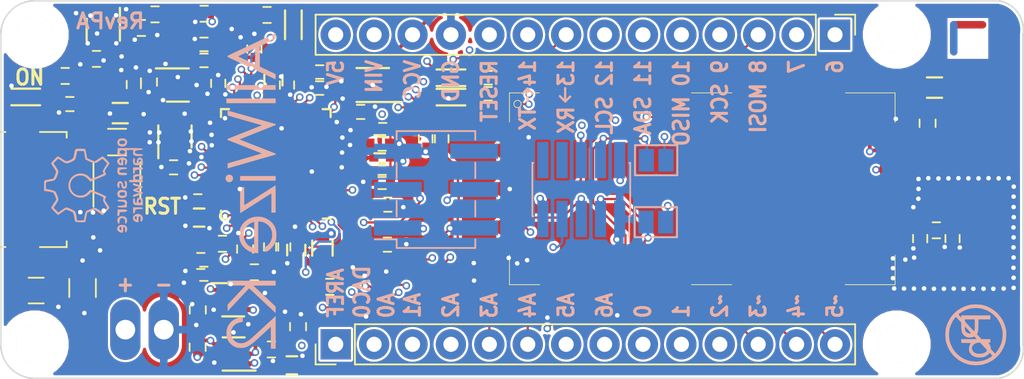
<source format=kicad_pcb>
(kicad_pcb (version 20171130) (host pcbnew 5.1.0-060a0da~80~ubuntu16.04.1)
  (title_block (title "Allwize K2 Board") (date 2019-04-02) (rev RevPB) (company AllWize))
  (layers (0 Front mixed hide) (1 In1.Cu power hide) (2 In2.Cu mixed hide) (31 Back power hide) (34 B.Paste user hide) (35 F.Paste user hide) (36 B.SilkS user hide) (37 F.SilkS user hide) (38 B.Mask user hide) (39 F.Mask user hide) (44 Edge.Cuts user))
  (net 0 "")
  (net 1 GND)
  (net 2 /RC_DC)
  (net 3 /RC_DD)
  (net 4 /RC_VCC)
  (net 5 "Net-(R3-Pad2)")
  (net 6 "Net-(R2-Pad2)")
  (net 7 /~RC_RESET~)
  (net 8 /RC_RX)
  (net 9 /RC_TX)
  (net 10 /RC_CFG)
  (net 11 +3.3V)
  (net 12 /SWDIO)
  (net 13 "Net-(J5-Pad3)")
  (net 14 /SWCLK)
  (net 15 /AREF)
  (net 16 /DAC0/A0)
  (net 17 /A1)
  (net 18 /A2)
  (net 19 /A3)
  (net 20 /A4)
  (net 21 /A5)
  (net 22 /A6)
  (net 23 /0)
  (net 24 /1)
  (net 25 /~~2)
  (net 26 /~~3)
  (net 27 /~~4)
  (net 28 /~~5)
  (net 29 /6)
  (net 30 /7)
  (net 31 /MOSI)
  (net 32 /SCK)
  (net 33 /MISO)
  (net 34 /SDA)
  (net 35 /SCL)
  (net 36 /RX)
  (net 37 /TX)
  (net 38 /~RESET~)
  (net 39 VIN)
  (net 40 +5V)
  (net 41 "Net-(C1-Pad1)")
  (net 42 "Net-(C2-Pad1)")
  (net 43 "Net-(C5-Pad1)")
  (net 44 /AN_3V3)
  (net 45 "Net-(C9-Pad1)")
  (net 46 "Net-(C11-Pad1)")
  (net 47 "Net-(C12-Pad1)")
  (net 48 "Net-(C14-Pad2)")
  (net 49 "Net-(C18-Pad1)")
  (net 50 "Net-(C21-Pad1)")
  (net 51 /USB_D+)
  (net 52 /USB_D-)
  (net 53 "Net-(D3-Pad4)")
  (net 54 "Net-(JP1-Pad1)")
  (net 55 "Net-(JP2-Pad1)")
  (net 56 "Net-(Q1-Pad1)")
  (net 57 "Net-(Q2-Pad3)")
  (net 58 /VBAT)
  (net 59 "Net-(D4-Pad1)")
  (net 60 "Net-(Q3-Pad1)")
  (net 61 "Net-(Q4-Pad1)")
  (net 62 "Net-(Q5-Pad1)")
  (net 63 "Net-(R18-Pad2)")
  (net 64 "Net-(Q5-Pad3)")
  (net 65 "Net-(Q6-Pad1)")
  (net 66 "Net-(Q8-Pad3)")
  (net 67 "Net-(Q7-Pad1)")
  (net 68 "Net-(D6-Pad1)")
  (net 69 /USB_ID)
  (net 70 "Net-(D1-Pad2)")
  (net 71 "Net-(D2-Pad2)")
  (net 72 "Net-(D5-Pad2)")
  (net 73 "Net-(D7-Pad1)")
  (net 74 "Net-(C24-Pad1)")
  (net 75 "Net-(C25-Pad1)")
  (module K2:C_0603 (layer Front) (at 133.77 91.69)
    (fp_text reference C7 hide)
    (fp_text value 10u hide)
    (pad 2 smd rect (at 0.75 0) (size 0.8 0.75) (layers Front F.Paste F.Mask) (net 1 GND))
    (pad 1 smd rect (at -0.75 0) (size 0.8 0.75) (layers Front F.Paste F.Mask) (net 44 /AN_3V3))
  )
  (module K2:C_0603 (layer Front) (at 126.74 87.45 90)
    (fp_text reference C15 hide)
    (fp_text value 10u hide)
    (pad 2 smd rect (at 0.75 0 90) (size 0.8 0.75) (layers Front F.Paste F.Mask) (net 1 GND))
    (pad 1 smd rect (at -0.75 0 90) (size 0.8 0.75) (layers Front F.Paste F.Mask) (net 11 +3.3V))
  )
  (module K2:C_0603 (layer Front) (at 128.25 98.7 270)
    (fp_text reference C19 hide)
    (fp_text value 10u hide)
    (pad 2 smd rect (at 0.75 0 270) (size 0.8 0.75) (layers Front F.Paste F.Mask) (net 1 GND))
    (pad 1 smd rect (at -0.75 0 270) (size 0.8 0.75) (layers Front F.Paste F.Mask) (net 11 +3.3V))
  )
  (module K2:C_0603 (layer Front) (at 121.83 96.55 180)
    (fp_text reference C22 hide)
    (fp_text value 10u hide)
    (pad 2 smd rect (at 0.75 0 180) (size 0.8 0.75) (layers Front F.Paste F.Mask) (net 1 GND))
    (pad 1 smd rect (at -0.75 0 180) (size 0.8 0.75) (layers Front F.Paste F.Mask) (net 11 +3.3V))
  )
  (module K2:C_0603 (layer Front) (at 127.96 106.33)
    (fp_text reference C23 hide)
    (fp_text value 10u hide)
    (pad 2 smd rect (at 0.75 0) (size 0.8 0.75) (layers Front F.Paste F.Mask) (net 1 GND))
    (pad 1 smd rect (at -0.75 0) (size 0.8 0.75) (layers Front F.Paste F.Mask) (net 11 +3.3V))
  )
  (module K2:FIDUCIAL-08 (layer Front) (at 174.87 105.61)
    (fp_text reference FD2 hide)
    (fp_text value FIDUCIAL hide)
    (pad "" smd circle (at 0 0) (size 0.8 0.8) (layers Front F.Mask))
  )
  (module K2:FIDUCIAL-08 (layer Front) (at 174.87 83.74)
    (fp_text reference FD1 hide)
    (fp_text value FIDUCIAL hide)
    (pad "" smd circle (at 0 0) (size 0.8 0.8) (layers Front F.Mask))
  )
  (module K2:FIDUCIAL-08 (layer Front) (at 137.22 93.82)
    (fp_text reference FD3 hide)
    (fp_text value FIDUCIAL hide)
    (pad "" smd circle (at 0 0) (size 0.8 0.8) (layers Front F.Mask))
  )
  (module K2:RC1701xx-MBUS (layer Front) (at 155.1 94.64)
    (fp_text reference U2 hide)
    (fp_text value RC1701xx-MBUS hide)
    (pad 4 smd oval (at -12.7 0) (size 2.032 1.016) (layers Front F.Paste F.Mask) (net 10 /RC_CFG))
    (pad 3 smd oval (at -12.7 -1.27) (size 2.032 1.016) (layers Front F.Paste F.Mask))
    (pad 2 smd oval (at -12.7 -2.54) (size 2.032 1.016) (layers Front F.Paste F.Mask))
    (pad 1 smd oval (at -12.7 -3.81) (size 2.032 1.016) (layers Front F.Paste F.Mask) (net 1 GND))
    (pad 5 smd oval (at -12.7 1.27) (size 2.032 1.016) (layers Front F.Paste F.Mask) (net 9 /RC_TX))
    (pad 6 smd oval (at -12.7 2.54) (size 2.032 1.016) (layers Front F.Paste F.Mask) (net 8 /RC_RX))
    (pad 7 smd oval (at -12.7 3.81) (size 2.032 1.016) (layers Front F.Paste F.Mask) (net 1 GND))
    (pad 8 smd oval (at 12.7 3.81) (size 2.032 1.016) (layers Front F.Paste F.Mask) (net 1 GND))
    (pad 9 smd oval (at 12.7 2.54) (size 2.032 1.016) (layers Front F.Paste F.Mask) (net 74 "Net-(C24-Pad1)"))
    (pad 10 smd oval (at 12.7 1.27) (size 2.032 1.016) (layers Front F.Paste F.Mask) (net 1 GND))
    (pad 14 smd oval (at 12.7 -3.81) (size 2.032 1.016) (layers Front F.Paste F.Mask) (net 1 GND))
    (pad 13 smd oval (at 12.7 -2.54) (size 2.032 1.016) (layers Front F.Paste F.Mask) (net 4 /RC_VCC))
    (pad 12 smd oval (at 12.7 -1.27) (size 2.032 1.016) (layers Front F.Paste F.Mask) (net 7 /~RC_RESET~))
    (pad 11 smd oval (at 12.7 0) (size 2.032 1.016) (layers Front F.Paste F.Mask))
    (pad 30 smd oval (at -10.16 -6.35) (size 1.016 2.032) (layers Front F.Paste F.Mask) (net 6 "Net-(R2-Pad2)"))
    (pad 29 smd oval (at -8.89 -6.35) (size 1.016 2.032) (layers Front F.Paste F.Mask) (net 5 "Net-(R3-Pad2)"))
    (pad 27 smd oval (at -6.35 -6.35) (size 1.016 2.032) (layers Front F.Paste F.Mask))
    (pad 28 smd oval (at -7.62 -6.35) (size 1.016 2.032) (layers Front F.Paste F.Mask))
    (pad 24 smd oval (at -2.54 -6.35) (size 1.016 2.032) (layers Front F.Paste F.Mask))
    (pad 23 smd oval (at -1.27 -6.35) (size 1.016 2.032) (layers Front F.Paste F.Mask))
    (pad 25 smd oval (at -3.81 -6.35) (size 1.016 2.032) (layers Front F.Paste F.Mask))
    (pad 26 smd oval (at -5.08 -6.35) (size 1.016 2.032) (layers Front F.Paste F.Mask))
    (pad 35 smd oval (at 5.08 -6.35) (size 1.016 2.032) (layers Front F.Paste F.Mask))
    (pad 37 smd oval (at 6.35 -6.35) (size 1.016 2.032) (layers Front F.Paste F.Mask))
    (pad 41 smd oval (at 8.89 -6.35) (size 1.016 2.032) (layers Front F.Paste F.Mask) (net 4 /RC_VCC))
    (pad 39 smd oval (at 7.62 -6.35) (size 1.016 2.032) (layers Front F.Paste F.Mask))
    (pad 31 smd oval (at 2.54 -6.35) (size 1.016 2.032) (layers Front F.Paste F.Mask))
    (pad 33 smd oval (at 3.81 -6.35) (size 1.016 2.032) (layers Front F.Paste F.Mask))
    (pad 34 smd oval (at 3.81 6.35) (size 1.016 2.032) (layers Front F.Paste F.Mask))
    (pad 32 smd oval (at 2.54 6.35) (size 1.016 2.032) (layers Front F.Paste F.Mask))
    (pad 40 smd oval (at 7.62 6.35) (size 1.016 2.032) (layers Front F.Paste F.Mask))
    (pad 42 smd oval (at 8.89 6.35) (size 1.016 2.032) (layers Front F.Paste F.Mask))
    (pad 38 smd oval (at 6.35 6.35) (size 1.016 2.032) (layers Front F.Paste F.Mask))
    (pad 36 smd oval (at 5.08 6.35) (size 1.016 2.032) (layers Front F.Paste F.Mask))
    (pad 19 smd oval (at -5.08 6.35) (size 1.016 2.032) (layers Front F.Paste F.Mask) (net 3 /RC_DD))
    (pad 20 smd oval (at -3.81 6.35) (size 1.016 2.032) (layers Front F.Paste F.Mask) (net 2 /RC_DC))
    (pad 22 smd oval (at -1.27 6.35) (size 1.016 2.032) (layers Front F.Paste F.Mask))
    (pad 21 smd oval (at -2.54 6.35) (size 1.016 2.032) (layers Front F.Paste F.Mask))
    (pad 17 smd oval (at -7.62 6.35) (size 1.016 2.032) (layers Front F.Paste F.Mask))
    (pad 18 smd oval (at -6.35 6.35) (size 1.016 2.032) (layers Front F.Paste F.Mask))
    (pad 16 smd oval (at -8.89 6.35) (size 1.016 2.032) (layers Front F.Paste F.Mask))
    (pad 15 smd oval (at -10.16 6.35) (size 1.016 2.032) (layers Front F.Paste F.Mask))
  )
  (module K2:OSTVN02 (layer Front) (at 118.22 103.97)
    (fp_text reference J2 hide)
    (fp_text value Conn_01x02 hide)
    (pad 1 thru_hole oval (at -1.27 0) (size 2 4) (drill 1.3) (layers *.Cu *.Mask) (net 58 /VBAT))
    (pad 2 thru_hole oval (at 1.27 0) (size 2 4) (drill 1.3) (layers *.Cu *.Mask) (net 1 GND))
  )
  (module K2:HOLE_2.5MM (layer Front) (at 167.96 104.94)
    (fp_text reference J22 hide)
    (fp_text value NPTH-HOLE hide)
    (pad "" np_thru_hole circle (at 0 0) (size 2.5 2.5) (drill 2.5) (layers *.Cu *.Mask F.SilkS) (clearance 1))
  )
  (module K2:uFL-CONN (layer Front) (at 174.37 97.19 270)
    (fp_text reference J4 hide)
    (fp_text value Conn_Coaxial_uFL hide)
    (pad 2 smd rect (at 0 1.77) (size 1 1) (layers Front F.Paste F.Mask) (net 75 "Net-(C25-Pad1)"))
    (pad 1 smd rect (at 1.5 0) (size 2.2 1) (layers Front F.Paste F.Mask) (net 1 GND))
    (pad 3 smd rect (at -1.5 0) (size 2.2 1) (layers Front F.Paste F.Mask) (net 1 GND))
  )
  (module K2:HOLE_2.5MM (layer Front) (at 110.96 84.44)
    (fp_text reference J15 hide)
    (fp_text value NPTH-HOLE hide)
    (pad "" np_thru_hole circle (at 0 0) (size 2.5 2.5) (drill 2.5) (layers *.Cu *.Mask F.SilkS) (clearance 1))
  )
  (module K2:HOLE_2.5MM (layer Front) (at 167.97 84.44)
    (fp_text reference J16 hide)
    (fp_text value NPTH-HOLE hide)
    (pad "" np_thru_hole circle (at 0 0) (size 2.5 2.5) (drill 2.5) (layers *.Cu *.Mask F.SilkS) (clearance 1))
  )
  (module K2:HOLE_2.5MM (layer Front) (at 110.96 104.94)
    (fp_text reference J21 hide)
    (fp_text value NPTH-HOLE hide)
    (pad "" np_thru_hole circle (at 0 0) (size 2.5 2.5) (drill 2.5) (layers *.Cu *.Mask F.SilkS) (clearance 1))
  )
  (module K2:PinHeader_2x05_P1.27mm_Vertical_SMD (layer Back) (at 147.1 94.69 90)
    (fp_text reference J3 hide)
    (fp_text value Conn_02x05_Odd_Even hide)
    (pad 1 smd rect (at -1.95 2.54 90) (size 2.4 0.74) (layers Back B.Paste B.Mask) (net 1 GND))
    (pad 2 smd rect (at 1.95 2.54 90) (size 2.4 0.74) (layers Back B.Paste B.Mask) (net 4 /RC_VCC))
    (pad 3 smd rect (at -1.95 1.27 90) (size 2.4 0.74) (layers Back B.Paste B.Mask) (net 2 /RC_DC))
    (pad 4 smd rect (at 1.95 1.27 90) (size 2.4 0.74) (layers Back B.Paste B.Mask) (net 3 /RC_DD))
    (pad 5 smd rect (at -1.95 0 90) (size 2.4 0.74) (layers Back B.Paste B.Mask) (net 8 /RC_RX))
    (pad 6 smd rect (at 1.95 0 90) (size 2.4 0.74) (layers Back B.Paste B.Mask) (net 9 /RC_TX))
    (pad 7 smd rect (at -1.95 -1.27 90) (size 2.4 0.74) (layers Back B.Paste B.Mask) (net 7 /~RC_RESET~))
    (pad 8 smd rect (at 1.95 -1.27 90) (size 2.4 0.74) (layers Back B.Paste B.Mask))
    (pad 9 smd rect (at -1.95 -2.54 90) (size 2.4 0.74) (layers Back B.Paste B.Mask) (net 4 /RC_VCC))
    (pad 10 smd rect (at 1.95 -2.54 90) (size 2.4 0.74) (layers Back B.Paste B.Mask))
  )
  (module K2:PinHeader_2x03_P2.54mm_Vertical_SMD (layer Back) (at 137.49 94.69)
    (fp_text reference J5 hide)
    (fp_text value Conn_02x03_Odd_Even hide)
    (pad 1 smd rect (at -2.525 2.54) (size 3.15 1) (layers Back B.Paste B.Mask) (net 11 +3.3V))
    (pad 2 smd rect (at 2.525 2.54) (size 3.15 1) (layers Back B.Paste B.Mask) (net 12 /SWDIO))
    (pad 3 smd rect (at -2.525 0) (size 3.15 1) (layers Back B.Paste B.Mask) (net 13 "Net-(J5-Pad3)"))
    (pad 4 smd rect (at 2.525 0) (size 3.15 1) (layers Back B.Paste B.Mask) (net 14 /SWCLK))
    (pad 5 smd rect (at -2.525 -2.54) (size 3.15 1) (layers Back B.Paste B.Mask) (net 1 GND))
    (pad 6 smd rect (at 2.525 -2.54) (size 3.15 1) (layers Back B.Paste B.Mask))
  )
  (module K2:PinHeader_1x14_P2.54mm_Vertical (layer Front) (at 163.88 84.44 270)
    (fp_text reference J7 hide)
    (fp_text value Conn_01x14 hide)
    (pad 1 thru_hole rect (at 0 0 270) (size 2 2) (drill 1) (layers *.Cu *.Mask) (net 29 /6))
    (pad 2 thru_hole oval (at 0 2.54 270) (size 2 2) (drill 1) (layers *.Cu *.Mask) (net 30 /7))
    (pad 3 thru_hole oval (at 0 5.08 270) (size 2 2) (drill 1) (layers *.Cu *.Mask) (net 31 /MOSI))
    (pad 4 thru_hole oval (at 0 7.62 270) (size 2 2) (drill 1) (layers *.Cu *.Mask) (net 32 /SCK))
    (pad 5 thru_hole oval (at 0 10.16 270) (size 2 2) (drill 1) (layers *.Cu *.Mask) (net 33 /MISO))
    (pad 6 thru_hole oval (at 0 12.7 270) (size 2 2) (drill 1) (layers *.Cu *.Mask) (net 34 /SDA))
    (pad 7 thru_hole oval (at 0 15.24 270) (size 2 2) (drill 1) (layers *.Cu *.Mask) (net 35 /SCL))
    (pad 8 thru_hole oval (at 0 17.78 270) (size 2 2) (drill 1) (layers *.Cu *.Mask) (net 36 /RX))
    (pad 9 thru_hole oval (at 0 20.32 270) (size 2 2) (drill 1) (layers *.Cu *.Mask) (net 37 /TX))
    (pad 10 thru_hole oval (at 0 22.86 270) (size 2 2) (drill 1) (layers *.Cu *.Mask) (net 38 /~RESET~))
    (pad 11 thru_hole oval (at 0 25.4 270) (size 2 2) (drill 1) (layers *.Cu *.Mask) (net 1 GND))
    (pad 12 thru_hole oval (at 0 27.94 270) (size 2 2) (drill 1) (layers *.Cu *.Mask) (net 11 +3.3V))
    (pad 13 thru_hole oval (at 0 30.48 270) (size 2 2) (drill 1) (layers *.Cu *.Mask) (net 39 VIN))
    (pad 14 thru_hole oval (at 0 33.02 270) (size 2 2) (drill 1) (layers *.Cu *.Mask) (net 40 +5V))
  )
  (module K2:PinHeader_1x14_P2.54mm_Vertical (layer Front) (at 130.86 104.94 90)
    (fp_text reference J6 hide)
    (fp_text value Conn_01x14 hide)
    (pad 1 thru_hole rect (at 0 0 90) (size 2 2) (drill 1) (layers *.Cu *.Mask) (net 15 /AREF))
    (pad 2 thru_hole oval (at 0 2.54 90) (size 2 2) (drill 1) (layers *.Cu *.Mask) (net 16 /DAC0/A0))
    (pad 3 thru_hole oval (at 0 5.08 90) (size 2 2) (drill 1) (layers *.Cu *.Mask) (net 17 /A1))
    (pad 4 thru_hole oval (at 0 7.62 90) (size 2 2) (drill 1) (layers *.Cu *.Mask) (net 18 /A2))
    (pad 5 thru_hole oval (at 0 10.16 90) (size 2 2) (drill 1) (layers *.Cu *.Mask) (net 19 /A3))
    (pad 6 thru_hole oval (at 0 12.7 90) (size 2 2) (drill 1) (layers *.Cu *.Mask) (net 20 /A4))
    (pad 7 thru_hole oval (at 0 15.24 90) (size 2 2) (drill 1) (layers *.Cu *.Mask) (net 21 /A5))
    (pad 8 thru_hole oval (at 0 17.78 90) (size 2 2) (drill 1) (layers *.Cu *.Mask) (net 22 /A6))
    (pad 9 thru_hole oval (at 0 20.32 90) (size 2 2) (drill 1) (layers *.Cu *.Mask) (net 23 /0))
    (pad 10 thru_hole oval (at 0 22.86 90) (size 2 2) (drill 1) (layers *.Cu *.Mask) (net 24 /1))
    (pad 11 thru_hole oval (at 0 25.4 90) (size 2 2) (drill 1) (layers *.Cu *.Mask) (net 25 /~~2))
    (pad 12 thru_hole oval (at 0 27.94 90) (size 2 2) (drill 1) (layers *.Cu *.Mask) (net 26 /~~3))
    (pad 13 thru_hole oval (at 0 30.48 90) (size 2 2) (drill 1) (layers *.Cu *.Mask) (net 27 /~~4))
    (pad 14 thru_hole oval (at 0 33.02 90) (size 2 2) (drill 1) (layers *.Cu *.Mask) (net 28 /~~5))
  )
  (module K2:C_0805 (layer Front) (at 111.05 101.38)
    (fp_text reference C1 hide)
    (fp_text value 4n7 hide)
    (pad 1 smd rect (at -1 0) (size 1 1.25) (layers Front F.Paste F.Mask) (net 41 "Net-(C1-Pad1)"))
    (pad 2 smd rect (at 1 0) (size 1 1.25) (layers Front F.Paste F.Mask) (net 1 GND))
  )
  (module K2:SolderJumper-2_P1.3mm_Open_Pad1.0x1.5mm (layer Back) (at 152.05 92.75 180)
    (fp_text reference JP1 hide)
    (fp_text value SolderJumper_2_Open hide)
    (pad 2 smd rect (at 0.65 0 180) (size 1 1.5) (layers Back B.Mask) (net 3 /RC_DD))
    (pad 1 smd rect (at -0.65 0 180) (size 1 1.5) (layers Back B.Mask) (net 54 "Net-(JP1-Pad1)"))
  )
  (module K2:SolderJumper-2_P1.3mm_Open_Pad1.0x1.5mm (layer Back) (at 152.03 96.85 180)
    (fp_text reference JP2 hide)
    (fp_text value SolderJumper_2_Open hide)
    (pad 2 smd rect (at 0.65 0 180) (size 1 1.5) (layers Back B.Mask) (net 2 /RC_DC))
    (pad 1 smd rect (at -0.65 0 180) (size 1 1.5) (layers Back B.Mask) (net 55 "Net-(JP2-Pad1)"))
  )
  (module K2:R_0603 (layer Front) (at 170.46 87.94 180)
    (fp_text reference L1 hide)
    (fp_text value Ferrite_Bead hide)
    (pad 1 smd rect (at -0.75 0 180) (size 0.5 0.9) (layers Front F.Paste F.Mask) (net 11 +3.3V))
    (pad 2 smd rect (at 0.75 0 180) (size 0.5 0.9) (layers Front F.Paste F.Mask) (net 4 /RC_VCC))
  )
  (module K2:R_0603 (layer Front) (at 116.61 89.63)
    (fp_text reference L2 hide)
    (fp_text value Ferrite_Bead hide)
    (pad 1 smd rect (at -0.75 0) (size 0.5 0.9) (layers Front F.Paste F.Mask) (net 39 VIN))
    (pad 2 smd rect (at 0.75 0) (size 0.5 0.9) (layers Front F.Paste F.Mask) (net 42 "Net-(C2-Pad1)"))
  )
  (module K2:R_0603 (layer Front) (at 129.98 98.57 90)
    (fp_text reference L3 hide)
    (fp_text value Ferrite_Bead hide)
    (pad 1 smd rect (at -0.75 0 90) (size 0.5 0.9) (layers Front F.Paste F.Mask) (net 11 +3.3V))
    (pad 2 smd rect (at 0.75 0 90) (size 0.5 0.9) (layers Front F.Paste F.Mask) (net 44 /AN_3V3))
  )
  (module K2:R_0805 (layer Front) (at 114.12 101.21 90)
    (fp_text reference R1 hide)
    (fp_text value 1M hide)
    (pad 1 smd rect (at -0.95 0 90) (size 0.7 1.3) (layers Front F.Paste F.Mask) (net 1 GND))
    (pad 2 smd rect (at 0.95 0 90) (size 0.7 1.3) (layers Front F.Paste F.Mask) (net 41 "Net-(C1-Pad1)"))
  )
  (module K2:R_0805 (layer Front) (at 116.4 91.55 180)
    (fp_text reference R5 hide)
    (fp_text value PTC hide)
    (pad 1 smd rect (at -0.95 0 180) (size 0.7 1.3) (layers Front F.Paste F.Mask) (net 42 "Net-(C2-Pad1)"))
    (pad 2 smd rect (at 0.95 0 180) (size 0.7 1.3) (layers Front F.Paste F.Mask) (net 53 "Net-(D3-Pad4)"))
  )
  (module K2:QFN-48-1EP_7x7mm_P0.5mm_EP5.15x5.15mm (layer Front) (at 126.9 92.99 180)
    (fp_text reference U3 hide)
    (fp_text value SAMD21G18 hide)
    (pad 1 smd rect (at -3.4 -2.75 180) (size 0.7 0.25) (layers Front F.Paste F.Mask) (net 46 "Net-(C11-Pad1)"))
    (pad 2 smd rect (at -3.4 -2.25 180) (size 0.7 0.25) (layers Front F.Paste F.Mask) (net 47 "Net-(C12-Pad1)"))
    (pad 3 smd rect (at -3.4 -1.75 180) (size 0.7 0.25) (layers Front F.Paste F.Mask) (net 16 /DAC0/A0))
    (pad 4 smd rect (at -3.4 -1.25 180) (size 0.7 0.25) (layers Front F.Paste F.Mask) (net 15 /AREF))
    (pad 5 smd rect (at -3.4 -0.75 180) (size 0.7 0.25) (layers Front F.Paste F.Mask) (net 1 GND))
    (pad 6 smd rect (at -3.4 -0.25 180) (size 0.7 0.25) (layers Front F.Paste F.Mask) (net 44 /AN_3V3))
    (pad 7 smd rect (at -3.4 0.25 180) (size 0.7 0.25) (layers Front F.Paste F.Mask) (net 45 "Net-(C9-Pad1)"))
    (pad 8 smd rect (at -3.4 0.75 180) (size 0.7 0.25) (layers Front F.Paste F.Mask) (net 10 /RC_CFG))
    (pad 9 smd rect (at -3.4 1.25 180) (size 0.7 0.25) (layers Front F.Paste F.Mask) (net 19 /A3))
    (pad 10 smd rect (at -3.4 1.75 180) (size 0.7 0.25) (layers Front F.Paste F.Mask) (net 20 /A4))
    (pad 11 smd rect (at -3.4 2.25 180) (size 0.7 0.25) (layers Front F.Paste F.Mask) (net 21 /A5))
    (pad 12 smd rect (at -3.4 2.75 180) (size 0.7 0.25) (layers Front F.Paste F.Mask) (net 22 /A6))
    (pad 13 smd rect (at -2.75 3.4 270) (size 0.7 0.25) (layers Front F.Paste F.Mask) (net 34 /SDA))
    (pad 14 smd rect (at -2.25 3.4 270) (size 0.7 0.25) (layers Front F.Paste F.Mask) (net 35 /SCL))
    (pad 15 smd rect (at -1.75 3.4 270) (size 0.7 0.25) (layers Front F.Paste F.Mask) (net 25 /~~2))
    (pad 16 smd rect (at -1.25 3.4 270) (size 0.7 0.25) (layers Front F.Paste F.Mask) (net 26 /~~3))
    (pad 17 smd rect (at -0.75 3.4 270) (size 0.7 0.25) (layers Front F.Paste F.Mask) (net 11 +3.3V))
    (pad 18 smd rect (at -0.25 3.4 270) (size 0.7 0.25) (layers Front F.Paste F.Mask) (net 1 GND))
    (pad 19 smd rect (at 0.25 3.4 270) (size 0.7 0.25) (layers Front F.Paste F.Mask) (net 27 /~~4))
    (pad 20 smd rect (at 0.75 3.4 270) (size 0.7 0.25) (layers Front F.Paste F.Mask) (net 28 /~~5))
    (pad 21 smd rect (at 1.25 3.4 270) (size 0.7 0.25) (layers Front F.Paste F.Mask) (net 8 /RC_RX))
    (pad 22 smd rect (at 1.75 3.4 270) (size 0.7 0.25) (layers Front F.Paste F.Mask) (net 55 "Net-(JP2-Pad1)"))
    (pad 23 smd rect (at 2.25 3.4 270) (size 0.7 0.25) (layers Front F.Paste F.Mask) (net 54 "Net-(JP1-Pad1)"))
    (pad 24 smd rect (at 2.75 3.4 270) (size 0.7 0.25) (layers Front F.Paste F.Mask) (net 9 /RC_TX))
    (pad 25 smd rect (at 3.4 2.75 180) (size 0.7 0.25) (layers Front F.Paste F.Mask) (net 31 /MOSI))
    (pad 26 smd rect (at 3.4 2.25 180) (size 0.7 0.25) (layers Front F.Paste F.Mask) (net 32 /SCK))
    (pad 27 smd rect (at 3.4 1.75 180) (size 0.7 0.25) (layers Front F.Paste F.Mask) (net 68 "Net-(D6-Pad1)"))
    (pad 28 smd rect (at 3.4 1.25 180) (size 0.7 0.25) (layers Front F.Paste F.Mask) (net 33 /MISO))
    (pad 29 smd rect (at 3.4 0.75 180) (size 0.7 0.25) (layers Front F.Paste F.Mask) (net 29 /6))
    (pad 30 smd rect (at 3.4 0.25 180) (size 0.7 0.25) (layers Front F.Paste F.Mask) (net 30 /7))
    (pad 31 smd rect (at 3.4 -0.25 180) (size 0.7 0.25) (layers Front F.Paste F.Mask) (net 23 /0))
    (pad 32 smd rect (at 3.4 -0.75 180) (size 0.7 0.25) (layers Front F.Paste F.Mask) (net 24 /1))
    (pad 33 smd rect (at 3.4 -1.25 180) (size 0.7 0.25) (layers Front F.Paste F.Mask) (net 52 /USB_D-))
    (pad 34 smd rect (at 3.4 -1.75 180) (size 0.7 0.25) (layers Front F.Paste F.Mask) (net 51 /USB_D+))
    (pad 35 smd rect (at 3.4 -2.25 180) (size 0.7 0.25) (layers Front F.Paste F.Mask) (net 1 GND))
    (pad 36 smd rect (at 3.4 -2.75 180) (size 0.7 0.25) (layers Front F.Paste F.Mask) (net 11 +3.3V))
    (pad 37 smd rect (at 2.75 -3.4 270) (size 0.7 0.25) (layers Front F.Paste F.Mask) (net 37 /TX))
    (pad 38 smd rect (at 2.25 -3.4 270) (size 0.7 0.25) (layers Front F.Paste F.Mask) (net 36 /RX))
    (pad 39 smd rect (at 1.75 -3.4 270) (size 0.7 0.25) (layers Front F.Paste F.Mask) (net 7 /~RC_RESET~))
    (pad 40 smd rect (at 1.25 -3.4 270) (size 0.7 0.25) (layers Front F.Paste F.Mask) (net 50 "Net-(C21-Pad1)"))
    (pad 41 smd rect (at 0.75 -3.4 270) (size 0.7 0.25) (layers Front F.Paste F.Mask))
    (pad 42 smd rect (at 0.25 -3.4 270) (size 0.7 0.25) (layers Front F.Paste F.Mask) (net 1 GND))
    (pad 43 smd rect (at -0.25 -3.4 270) (size 0.7 0.25) (layers Front F.Paste F.Mask) (net 48 "Net-(C14-Pad2)"))
    (pad 44 smd rect (at -0.75 -3.4 270) (size 0.7 0.25) (layers Front F.Paste F.Mask) (net 11 +3.3V))
    (pad 45 smd rect (at -1.25 -3.4 270) (size 0.7 0.25) (layers Front F.Paste F.Mask) (net 14 /SWCLK))
    (pad 46 smd rect (at -1.75 -3.4 270) (size 0.7 0.25) (layers Front F.Paste F.Mask) (net 12 /SWDIO))
    (pad 47 smd rect (at -2.25 -3.4 270) (size 0.7 0.25) (layers Front F.Paste F.Mask) (net 17 /A1))
    (pad 48 smd rect (at -2.75 -3.4 270) (size 0.7 0.25) (layers Front F.Paste F.Mask) (net 18 /A2))
    (pad 49 smd rect (at 0 0 180) (size 5.15 5.15) (layers Front F.Mask) (net 1 GND))
  )
  (module K2:UDFN-8-1EP_3x2mm_P0.5mm_EP1.4x1.6mm (layer Front) (at 133.31 87.77 180)
    (fp_text reference U1 hide)
    (fp_text value ECC508A hide)
    (pad 1 smd rect (at -1.45 -0.75 180) (size 0.85 0.3) (layers Front F.Paste F.Mask))
    (pad 2 smd rect (at -1.45 -0.25 180) (size 0.85 0.3) (layers Front F.Paste F.Mask))
    (pad 3 smd rect (at -1.45 0.25 180) (size 0.85 0.3) (layers Front F.Paste F.Mask))
    (pad 4 smd rect (at -1.45 0.75 180) (size 0.85 0.3) (layers Front F.Paste F.Mask) (net 1 GND))
    (pad 5 smd rect (at 1.45 0.75 180) (size 0.85 0.3) (layers Front F.Paste F.Mask) (net 34 /SDA))
    (pad 6 smd rect (at 1.45 0.25 180) (size 0.85 0.3) (layers Front F.Paste F.Mask) (net 35 /SCL))
    (pad 7 smd rect (at 1.45 -0.25 180) (size 0.85 0.3) (layers Front F.Paste F.Mask))
    (pad 8 smd rect (at 1.45 -0.75 180) (size 0.85 0.3) (layers Front F.Paste F.Mask) (net 11 +3.3V))
    (pad 9 smd rect (at 0 0 180) (size 1.4 1.6) (layers Front F.Mask) (net 1 GND))
  )
  (module K2:osh (layer Back) (at 114.95 94.64 270)
    (fp_text reference G3 hide)
    (fp_text value OSH hide)
  )
  (module K2:Pb-free (layer Back) (at 173.2 104.3 270)
    (fp_text reference G4 hide)
    (fp_text value PB_FREE hide)
  )
  (module K2:ABS07-32768Hz (layer Front) (at 132.21 96.94 90)
    (fp_text reference Y1 hide)
    (fp_text value 32768Hz hide)
    (pad 1 smd rect (at -1.25 0 90) (size 1.1 1.6) (layers Front F.Paste F.Mask) (net 46 "Net-(C11-Pad1)"))
    (pad 2 smd rect (at 1.25 0 90) (size 1.1 1.6) (layers Front F.Paste F.Mask) (net 47 "Net-(C12-Pad1)"))
  )
  (module K2:USB_Micro-B_ZX62-AB-5PA_31 (layer Front) (at 111.36 94.69 270)
    (fp_text reference J1 hide)
    (fp_text value USB_B_Micro hide)
    (pad 1 smd rect (at -1.3 -1.46 270) (size 0.45 1.38) (layers Front F.Paste F.Mask) (net 53 "Net-(D3-Pad4)"))
    (pad 2 smd rect (at -0.65 -1.46 270) (size 0.45 1.38) (layers Front F.Paste F.Mask) (net 52 /USB_D-))
    (pad 3 smd rect (at 0 -1.46 270) (size 0.45 1.38) (layers Front F.Paste F.Mask) (net 51 /USB_D+))
    (pad 4 smd rect (at 0.65 -1.46 270) (size 0.45 1.38) (layers Front F.Paste F.Mask) (net 69 /USB_ID))
    (pad 5 smd rect (at 1.3 -1.46 270) (size 0.45 1.38) (layers Front F.Paste F.Mask) (net 1 GND))
    (pad 6 smd rect (at -3.1 -1.35 270) (size 2.1 1.6) (layers Front F.Paste F.Mask) (net 41 "Net-(C1-Pad1)"))
    (pad 6 smd rect (at 3.1 -1.35 270) (size 2.1 1.6) (layers Front F.Paste F.Mask) (net 41 "Net-(C1-Pad1)"))
    (pad 6 smd rect (at -4 1.2 270) (size 1.8 1.9) (layers Front F.Paste F.Mask) (net 41 "Net-(C1-Pad1)"))
    (pad 6 smd rect (at 4 1.2 270) (size 1.8 1.9) (layers Front F.Paste F.Mask) (net 41 "Net-(C1-Pad1)"))
    (pad 6 smd rect (at -1.2 1.2 270) (size 1.9 1.9) (layers Front F.Paste F.Mask) (net 41 "Net-(C1-Pad1)"))
    (pad 6 smd rect (at 1.2 1.2 270) (size 1.9 1.9) (layers Front F.Paste F.Mask) (net 41 "Net-(C1-Pad1)"))
  )
  (module K2:SOT-523-3 (layer Front) (at 124.21 83.39 180)
    (fp_text reference Q8 hide)
    (fp_text value 2N7002T hide)
    (pad 3 smd rect (at -0.65 0 180) (size 0.51 0.4) (layers Front F.Paste F.Mask) (net 66 "Net-(Q8-Pad3)"))
    (pad 1 smd rect (at 0.65 0.5 180) (size 0.51 0.4) (layers Front F.Paste F.Mask) (net 29 /6))
    (pad 2 smd rect (at 0.65 -0.5 180) (size 0.51 0.4) (layers Front F.Paste F.Mask) (net 1 GND))
  )
  (module K2:SOT-523-3 (layer Front) (at 126.61 103.68)
    (fp_text reference Q5 hide)
    (fp_text value 2N7002T hide)
    (pad 3 smd rect (at -0.65 0) (size 0.51 0.4) (layers Front F.Paste F.Mask) (net 64 "Net-(Q5-Pad3)"))
    (pad 1 smd rect (at 0.65 0.5) (size 0.51 0.4) (layers Front F.Paste F.Mask) (net 62 "Net-(Q5-Pad1)"))
    (pad 2 smd rect (at 0.65 -0.5) (size 0.51 0.4) (layers Front F.Paste F.Mask) (net 1 GND))
  )
  (module K2:SOT-523-3 (layer Front) (at 123.97 85.57)
    (fp_text reference Q2 hide)
    (fp_text value 2N7002T hide)
    (pad 3 smd rect (at -0.65 0) (size 0.51 0.4) (layers Front F.Paste F.Mask) (net 57 "Net-(Q2-Pad3)"))
    (pad 1 smd rect (at 0.65 0.5) (size 0.51 0.4) (layers Front F.Paste F.Mask) (net 43 "Net-(C5-Pad1)"))
    (pad 2 smd rect (at 0.65 -0.5) (size 0.51 0.4) (layers Front F.Paste F.Mask) (net 1 GND))
  )
  (module K2:SOT-523-3 (layer Front) (at 118.09 85.47)
    (fp_text reference Q1 hide)
    (fp_text value 2N7002T hide)
    (pad 3 smd rect (at -0.65 0) (size 0.51 0.4) (layers Front F.Paste F.Mask) (net 59 "Net-(D4-Pad1)"))
    (pad 1 smd rect (at 0.65 0.5) (size 0.51 0.4) (layers Front F.Paste F.Mask) (net 56 "Net-(Q1-Pad1)"))
    (pad 2 smd rect (at 0.65 -0.5) (size 0.51 0.4) (layers Front F.Paste F.Mask) (net 1 GND))
  )
  (module K2:R_0402 (layer Front) (at 129.8 86.99 180)
    (fp_text reference R27 hide)
    (fp_text value 4k7 hide)
    (pad 1 smd rect (at -0.45 0 180) (size 0.4 0.6) (layers Front F.Paste F.Mask) (net 34 /SDA))
    (pad 2 smd rect (at 0.45 0 180) (size 0.4 0.6) (layers Front F.Paste F.Mask) (net 11 +3.3V))
  )
  (module K2:R_0402 (layer Front) (at 129.8 87.89 180)
    (fp_text reference R26 hide)
    (fp_text value 4k7 hide)
    (pad 1 smd rect (at -0.45 0 180) (size 0.4 0.6) (layers Front F.Paste F.Mask) (net 35 /SCL))
    (pad 2 smd rect (at 0.45 0 180) (size 0.4 0.6) (layers Front F.Paste F.Mask) (net 11 +3.3V))
  )
  (module K2:R_0402 (layer Front) (at 130.47 101.13)
    (fp_text reference R25 hide)
    (fp_text value 10k hide)
    (pad 1 smd rect (at -0.45 0) (size 0.4 0.6) (layers Front F.Paste F.Mask) (net 11 +3.3V))
    (pad 2 smd rect (at 0.45 0) (size 0.4 0.6) (layers Front F.Paste F.Mask) (net 14 /SWCLK))
  )
  (module K2:R_0402 (layer Front) (at 126.32 83.13 180)
    (fp_text reference R24 hide)
    (fp_text value 1k hide)
    (pad 1 smd rect (at -0.45 0 180) (size 0.4 0.6) (layers Front F.Paste F.Mask) (net 73 "Net-(D7-Pad1)"))
    (pad 2 smd rect (at 0.45 0 180) (size 0.4 0.6) (layers Front F.Paste F.Mask) (net 66 "Net-(Q8-Pad3)"))
  )
  (module K2:R_0402 (layer Front) (at 122.16 83.05)
    (fp_text reference R23 hide)
    (fp_text value 100k hide)
    (pad 1 smd rect (at -0.45 0) (size 0.4 0.6) (layers Front F.Paste F.Mask) (net 1 GND))
    (pad 2 smd rect (at 0.45 0) (size 0.4 0.6) (layers Front F.Paste F.Mask) (net 29 /6))
  )
  (module K2:R_0402 (layer Front) (at 121.73 105.13 90)
    (fp_text reference R22 hide)
    (fp_text value 10k hide)
    (pad 1 smd rect (at -0.45 0 90) (size 0.4 0.6) (layers Front F.Paste F.Mask) (net 64 "Net-(Q5-Pad3)"))
    (pad 2 smd rect (at 0.45 0 90) (size 0.4 0.6) (layers Front F.Paste F.Mask) (net 65 "Net-(Q6-Pad1)"))
  )
  (module K2:R_0402 (layer Front) (at 124.87 98.63 90)
    (fp_text reference R21 hide)
    (fp_text value 330R hide)
    (pad 1 smd rect (at -0.45 0 90) (size 0.4 0.6) (layers Front F.Paste F.Mask) (net 50 "Net-(C21-Pad1)"))
    (pad 2 smd rect (at 0.45 0 90) (size 0.4 0.6) (layers Front F.Paste F.Mask) (net 38 /~RESET~))
  )
  (module K2:R_0402 (layer Front) (at 123.37 98.28)
    (fp_text reference R20 hide)
    (fp_text value 330R hide)
    (pad 1 smd rect (at -0.45 0) (size 0.4 0.6) (layers Front F.Paste F.Mask) (net 50 "Net-(C21-Pad1)"))
    (pad 2 smd rect (at 0.45 0) (size 0.4 0.6) (layers Front F.Paste F.Mask) (net 13 "Net-(J5-Pad3)"))
  )
  (module K2:R_0402 (layer Front) (at 121.74 102.66 90)
    (fp_text reference R19 hide)
    (fp_text value 10k hide)
    (pad 1 smd rect (at -0.45 0 90) (size 0.4 0.6) (layers Front F.Paste F.Mask) (net 1 GND))
    (pad 2 smd rect (at 0.45 0 90) (size 0.4 0.6) (layers Front F.Paste F.Mask) (net 49 "Net-(C18-Pad1)"))
  )
  (module K2:R_0402 (layer Front) (at 121.94 99.42 180)
    (fp_text reference R18 hide)
    (fp_text value 330R hide)
    (pad 1 smd rect (at -0.45 0 180) (size 0.4 0.6) (layers Front F.Paste F.Mask) (net 50 "Net-(C21-Pad1)"))
    (pad 2 smd rect (at 0.45 0 180) (size 0.4 0.6) (layers Front F.Paste F.Mask) (net 63 "Net-(R18-Pad2)"))
  )
  (module K2:R_0402 (layer Front) (at 125.48 100.17)
    (fp_text reference R17 hide)
    (fp_text value 10k hide)
    (pad 1 smd rect (at -0.45 0) (size 0.4 0.6) (layers Front F.Paste F.Mask) (net 50 "Net-(C21-Pad1)"))
    (pad 2 smd rect (at 0.45 0) (size 0.4 0.6) (layers Front F.Paste F.Mask) (net 11 +3.3V))
  )
  (module K2:R_0402 (layer Front) (at 128.37 103.77 270)
    (fp_text reference R16 hide)
    (fp_text value 100k hide)
    (pad 1 smd rect (at -0.45 0 270) (size 0.4 0.6) (layers Front F.Paste F.Mask) (net 1 GND))
    (pad 2 smd rect (at 0.45 0 270) (size 0.4 0.6) (layers Front F.Paste F.Mask) (net 62 "Net-(Q5-Pad1)"))
  )
  (module K2:R_0402 (layer Front) (at 126.61 105.28 180)
    (fp_text reference R15 hide)
    (fp_text value 47k hide)
    (pad 1 smd rect (at -0.45 0 180) (size 0.4 0.6) (layers Front F.Paste F.Mask) (net 62 "Net-(Q5-Pad1)"))
    (pad 2 smd rect (at 0.45 0 180) (size 0.4 0.6) (layers Front F.Paste F.Mask) (net 49 "Net-(C18-Pad1)"))
  )
  (module K2:R_0402 (layer Front) (at 112.97 87.17)
    (fp_text reference R14 hide)
    (fp_text value 1k hide)
    (pad 1 smd rect (at -0.45 0) (size 0.4 0.6) (layers Front F.Paste F.Mask) (net 72 "Net-(D5-Pad2)"))
    (pad 2 smd rect (at 0.45 0) (size 0.4 0.6) (layers Front F.Paste F.Mask) (net 40 +5V))
  )
  (module K2:R_0402 (layer Front) (at 118.51 87.57 90)
    (fp_text reference R13 hide)
    (fp_text value 10k hide)
    (pad 1 smd rect (at -0.45 0 90) (size 0.4 0.6) (layers Front F.Paste F.Mask) (net 57 "Net-(Q2-Pad3)"))
    (pad 2 smd rect (at 0.45 0 90) (size 0.4 0.6) (layers Front F.Paste F.Mask) (net 61 "Net-(Q4-Pad1)"))
  )
  (module K2:R_0402 (layer Front) (at 115.04 86.04 180)
    (fp_text reference R12 hide)
    (fp_text value 10k hide)
    (pad 1 smd rect (at -0.45 0 180) (size 0.4 0.6) (layers Front F.Paste F.Mask) (net 59 "Net-(D4-Pad1)"))
    (pad 2 smd rect (at 0.45 0 180) (size 0.4 0.6) (layers Front F.Paste F.Mask) (net 60 "Net-(Q3-Pad1)"))
  )
  (module K2:R_0402 (layer Front) (at 136.89 91.33 90)
    (fp_text reference R11 hide)
    (fp_text value 330k hide)
    (pad 1 smd rect (at -0.45 0 90) (size 0.4 0.6) (layers Front F.Paste F.Mask) (net 1 GND))
    (pad 2 smd rect (at 0.45 0 90) (size 0.4 0.6) (layers Front F.Paste F.Mask) (net 45 "Net-(C9-Pad1)"))
  )
  (module K2:R_0402 (layer Front) (at 137.79 91.33 270)
    (fp_text reference R10 hide)
    (fp_text value 680k hide)
    (pad 1 smd rect (at -0.45 0 270) (size 0.4 0.6) (layers Front F.Paste F.Mask) (net 45 "Net-(C9-Pad1)"))
    (pad 2 smd rect (at 0.45 0 270) (size 0.4 0.6) (layers Front F.Paste F.Mask) (net 58 /VBAT))
  )
  (module K2:R_0402 (layer Front) (at 118.91 83.09 180)
    (fp_text reference R9 hide)
    (fp_text value 330R hide)
    (pad 1 smd rect (at -0.45 0 180) (size 0.4 0.6) (layers Front F.Paste F.Mask) (net 57 "Net-(Q2-Pad3)"))
    (pad 2 smd rect (at 0.45 0 180) (size 0.4 0.6) (layers Front F.Paste F.Mask) (net 56 "Net-(Q1-Pad1)"))
  )
  (module K2:R_0402 (layer Front) (at 118.01 83.99 180)
    (fp_text reference R8 hide)
    (fp_text value 100k hide)
    (pad 1 smd rect (at -0.45 0 180) (size 0.4 0.6) (layers Front F.Paste F.Mask) (net 56 "Net-(Q1-Pad1)"))
    (pad 2 smd rect (at 0.45 0 180) (size 0.4 0.6) (layers Front F.Paste F.Mask) (net 39 VIN))
  )
  (module K2:R_0402 (layer Front) (at 122.15 85.16)
    (fp_text reference R7 hide)
    (fp_text value 100k hide)
    (pad 1 smd rect (at -0.45 0) (size 0.4 0.6) (layers Front F.Paste F.Mask) (net 1 GND))
    (pad 2 smd rect (at 0.45 0) (size 0.4 0.6) (layers Front F.Paste F.Mask) (net 43 "Net-(C5-Pad1)"))
  )
  (module K2:R_0402 (layer Front) (at 122.15 86.06 180)
    (fp_text reference R6 hide)
    (fp_text value 100k hide)
    (pad 1 smd rect (at -0.45 0 180) (size 0.4 0.6) (layers Front F.Paste F.Mask) (net 43 "Net-(C5-Pad1)"))
    (pad 2 smd rect (at 0.45 0 180) (size 0.4 0.6) (layers Front F.Paste F.Mask) (net 39 VIN))
  )
  (module K2:R_0402 (layer Front) (at 170 90.3 90)
    (fp_text reference R4 hide)
    (fp_text value 4k7 hide)
    (pad 1 smd rect (at -0.45 0 90) (size 0.4 0.6) (layers Front F.Paste F.Mask) (net 7 /~RC_RESET~))
    (pad 2 smd rect (at 0.45 0 90) (size 0.4 0.6) (layers Front F.Paste F.Mask) (net 4 /RC_VCC))
  )
  (module K2:R_0402 (layer Front) (at 140.94 87.37)
    (fp_text reference R3 hide)
    (fp_text value 1k hide)
    (pad 1 smd rect (at -0.45 0) (size 0.4 0.6) (layers Front F.Paste F.Mask) (net 71 "Net-(D2-Pad2)"))
    (pad 2 smd rect (at 0.45 0) (size 0.4 0.6) (layers Front F.Paste F.Mask) (net 5 "Net-(R3-Pad2)"))
  )
  (module K2:R_0402 (layer Front) (at 140.94 88.27)
    (fp_text reference R2 hide)
    (fp_text value 1k hide)
    (pad 1 smd rect (at -0.45 0) (size 0.4 0.6) (layers Front F.Paste F.Mask) (net 70 "Net-(D1-Pad2)"))
    (pad 2 smd rect (at 0.45 0) (size 0.4 0.6) (layers Front F.Paste F.Mask) (net 6 "Net-(R2-Pad2)"))
  )
  (module K2:C_0402 (layer Front) (at 122.14 100.27 180)
    (fp_text reference C21 hide)
    (fp_text value 100n hide)
    (pad 1 smd rect (at -0.55 0 180) (size 0.6 0.5) (layers Front F.Paste F.Mask) (net 50 "Net-(C21-Pad1)"))
    (pad 2 smd rect (at 0.55 0 180) (size 0.6 0.5) (layers Front F.Paste F.Mask) (net 1 GND))
  )
  (module K2:C_0402 (layer Front) (at 121.74 95.47 180)
    (fp_text reference C20 hide)
    (fp_text value 100n hide)
    (pad 1 smd rect (at -0.55 0 180) (size 0.6 0.5) (layers Front F.Paste F.Mask) (net 11 +3.3V))
    (pad 2 smd rect (at 0.55 0 180) (size 0.6 0.5) (layers Front F.Paste F.Mask) (net 1 GND))
  )
  (module K2:C_0402 (layer Front) (at 120.14 93.22)
    (fp_text reference C18 hide)
    (fp_text value 1u hide)
    (pad 1 smd rect (at -0.55 0) (size 0.6 0.5) (layers Front F.Paste F.Mask) (net 49 "Net-(C18-Pad1)"))
    (pad 2 smd rect (at 0.55 0) (size 0.6 0.5) (layers Front F.Paste F.Mask) (net 1 GND))
  )
  (module K2:C_0402 (layer Front) (at 127.39 98.49 270)
    (fp_text reference C17 hide)
    (fp_text value 100n hide)
    (pad 1 smd rect (at -0.55 0 270) (size 0.6 0.5) (layers Front F.Paste F.Mask) (net 11 +3.3V))
    (pad 2 smd rect (at 0.55 0 270) (size 0.6 0.5) (layers Front F.Paste F.Mask) (net 1 GND))
  )
  (module K2:C_0402 (layer Front) (at 127.64 87.77 90)
    (fp_text reference C16 hide)
    (fp_text value 100n hide)
    (pad 1 smd rect (at -0.55 0 90) (size 0.6 0.5) (layers Front F.Paste F.Mask) (net 11 +3.3V))
    (pad 2 smd rect (at 0.55 0 90) (size 0.6 0.5) (layers Front F.Paste F.Mask) (net 1 GND))
  )
  (module K2:C_0402 (layer Front) (at 126.59 98.49 90)
    (fp_text reference C14 hide)
    (fp_text value 1u hide)
    (pad 1 smd rect (at -0.55 0 90) (size 0.6 0.5) (layers Front F.Paste F.Mask) (net 1 GND))
    (pad 2 smd rect (at 0.55 0 90) (size 0.6 0.5) (layers Front F.Paste F.Mask) (net 48 "Net-(C14-Pad2)"))
  )
  (module K2:C_0402 (layer Front) (at 123.09 87.66 270)
    (fp_text reference C13 hide)
    (fp_text value 1u hide)
    (pad 1 smd rect (at -0.55 0 270) (size 0.6 0.5) (layers Front F.Paste F.Mask) (net 40 +5V))
    (pad 2 smd rect (at 0.55 0 270) (size 0.6 0.5) (layers Front F.Paste F.Mask) (net 1 GND))
  )
  (module K2:C_0402 (layer Front) (at 134.31 95.69)
    (fp_text reference C12 hide)
    (fp_text value 20p hide)
    (pad 1 smd rect (at -0.55 0) (size 0.6 0.5) (layers Front F.Paste F.Mask) (net 47 "Net-(C12-Pad1)"))
    (pad 2 smd rect (at 0.55 0) (size 0.6 0.5) (layers Front F.Paste F.Mask) (net 1 GND))
  )
  (module K2:C_0402 (layer Front) (at 134.28 98.34)
    (fp_text reference C11 hide)
    (fp_text value 20p hide)
    (pad 1 smd rect (at -0.55 0) (size 0.6 0.5) (layers Front F.Paste F.Mask) (net 46 "Net-(C11-Pad1)"))
    (pad 2 smd rect (at 0.55 0) (size 0.6 0.5) (layers Front F.Paste F.Mask) (net 1 GND))
  )
  (module K2:C_0402 (layer Front) (at 133.93 92.59)
    (fp_text reference C10 hide)
    (fp_text value 100n hide)
    (pad 1 smd rect (at -0.55 0) (size 0.6 0.5) (layers Front F.Paste F.Mask) (net 44 /AN_3V3))
    (pad 2 smd rect (at 0.55 0) (size 0.6 0.5) (layers Front F.Paste F.Mask) (net 1 GND))
  )
  (module K2:C_0402 (layer Front) (at 133.97 90.75)
    (fp_text reference C9 hide)
    (fp_text value 100n hide)
    (pad 1 smd rect (at -0.55 0) (size 0.6 0.5) (layers Front F.Paste F.Mask) (net 45 "Net-(C9-Pad1)"))
    (pad 2 smd rect (at 0.55 0) (size 0.6 0.5) (layers Front F.Paste F.Mask) (net 1 GND))
  )
  (module K2:C_0402 (layer Front) (at 133.93 94.19)
    (fp_text reference C8 hide)
    (fp_text value 100n hide)
    (pad 1 smd rect (at -0.55 0) (size 0.6 0.5) (layers Front F.Paste F.Mask) (net 15 /AREF))
    (pad 2 smd rect (at 0.55 0) (size 0.6 0.5) (layers Front F.Paste F.Mask) (net 1 GND))
  )
  (module K2:C_0402 (layer Front) (at 133.93 93.39)
    (fp_text reference C6 hide)
    (fp_text value 4u7 hide)
    (pad 1 smd rect (at -0.55 0) (size 0.6 0.5) (layers Front F.Paste F.Mask) (net 15 /AREF))
    (pad 2 smd rect (at 0.55 0) (size 0.6 0.5) (layers Front F.Paste F.Mask) (net 1 GND))
  )
  (module K2:C_0402 (layer Front) (at 125.48 85.39 90)
    (fp_text reference C5 hide)
    (fp_text value 100n hide)
    (pad 1 smd rect (at -0.55 0 90) (size 0.6 0.5) (layers Front F.Paste F.Mask) (net 43 "Net-(C5-Pad1)"))
    (pad 2 smd rect (at 0.55 0 90) (size 0.6 0.5) (layers Front F.Paste F.Mask) (net 1 GND))
  )
  (module K2:C_0402 (layer Front) (at 132.51 89.55)
    (fp_text reference C4 hide)
    (fp_text value 100n hide)
    (pad 1 smd rect (at -0.55 0) (size 0.6 0.5) (layers Front F.Paste F.Mask) (net 11 +3.3V))
    (pad 2 smd rect (at 0.55 0) (size 0.6 0.5) (layers Front F.Paste F.Mask) (net 1 GND))
  )
  (module K2:C_0402 (layer Front) (at 113.28 89.03 180)
    (fp_text reference C3 hide)
    (fp_text value 100n hide)
    (pad 1 smd rect (at -0.55 0 180) (size 0.6 0.5) (layers Front F.Paste F.Mask) (net 39 VIN))
    (pad 2 smd rect (at 0.55 0 180) (size 0.6 0.5) (layers Front F.Paste F.Mask) (net 1 GND))
  )
  (module K2:C_0402 (layer Front) (at 117.51 87.74 90)
    (fp_text reference C2 hide)
    (fp_text value 10n hide)
    (pad 1 smd rect (at -0.55 0 90) (size 0.6 0.5) (layers Front F.Paste F.Mask) (net 42 "Net-(C2-Pad1)"))
    (pad 2 smd rect (at 0.55 0 90) (size 0.6 0.5) (layers Front F.Paste F.Mask) (net 1 GND))
  )
  (module K2:LED_0603 (layer Front) (at 128.06 83.93 270)
    (fp_text reference D7 hide)
    (fp_text value LED-DIODE hide)
    (pad 2 smd rect (at 0.7493 0 90) (size 0.79756 0.79756) (layers Front F.Paste F.Mask) (net 11 +3.3V))
    (pad 1 smd rect (at -0.7493 0 90) (size 0.79756 0.79756) (layers Front F.Paste F.Mask) (net 73 "Net-(D7-Pad1)"))
  )
  (module K2:LED_0603 (layer Front) (at 110.51 88.56)
    (fp_text reference D5 hide)
    (fp_text value LED-DIODE hide)
    (pad 2 smd rect (at 0.7493 0 180) (size 0.79756 0.79756) (layers Front F.Paste F.Mask) (net 72 "Net-(D5-Pad2)"))
    (pad 1 smd rect (at -0.7493 0 180) (size 0.79756 0.79756) (layers Front F.Paste F.Mask) (net 1 GND))
  )
  (module K2:LED_0603 (layer Front) (at 138.63 87.29)
    (fp_text reference D2 hide)
    (fp_text value LED-DIODE hide)
    (pad 2 smd rect (at 0.7493 0 180) (size 0.79756 0.79756) (layers Front F.Paste F.Mask) (net 71 "Net-(D2-Pad2)"))
    (pad 1 smd rect (at -0.7493 0 180) (size 0.79756 0.79756) (layers Front F.Paste F.Mask) (net 1 GND))
  )
  (module K2:LED_0603 (layer Front) (at 138.63 88.57)
    (fp_text reference D1 hide)
    (fp_text value LED-DIODE hide)
    (pad 2 smd rect (at 0.7493 0 180) (size 0.79756 0.79756) (layers Front F.Paste F.Mask) (net 70 "Net-(D1-Pad2)"))
    (pad 1 smd rect (at -0.7493 0 180) (size 0.79756 0.79756) (layers Front F.Paste F.Mask) (net 1 GND))
  )
  (module K2:SOD-882 (layer Front) (at 113.69 83.48 90)
    (fp_text reference D4 hide)
    (fp_text value PMEG2005EL hide)
    (pad 1 smd rect (at 0.325 0 270) (size 0.3 0.55) (layers Front F.Paste F.Mask) (net 59 "Net-(D4-Pad1)"))
    (pad 2 smd rect (at -0.325 0 270) (size 0.3 0.55) (layers Front F.Paste F.Mask) (net 69 /USB_ID))
  )
  (module K2:SOD-882 (layer Front) (at 114.81 97.41 270)
    (fp_text reference D6 hide)
    (fp_text value PMEG2005EL hide)
    (pad 1 smd rect (at 0.325 0 90) (size 0.3 0.55) (layers Front F.Paste F.Mask) (net 68 "Net-(D6-Pad1)"))
    (pad 2 smd rect (at -0.325 0 90) (size 0.3 0.55) (layers Front F.Paste F.Mask) (net 69 /USB_ID))
  )
  (module K2:U-DFN2020-6 (layer Front) (at 124.08 101.99)
    (fp_text reference Q7 hide)
    (fp_text value DMP2065UFDB hide)
    (pad 1 smd rect (at -0.9 -0.65) (size 0.5 0.35) (layers Front F.Paste F.Mask) (net 67 "Net-(Q7-Pad1)"))
    (pad 2 smd rect (at -0.9 0) (size 0.5 0.35) (layers Front F.Paste F.Mask) (net 49 "Net-(C18-Pad1)"))
    (pad 3 smd rect (at -0.9 0.65) (size 0.5 0.35) (layers Front F.Paste F.Mask) (net 58 /VBAT))
    (pad 4 smd rect (at 0.9 0.65) (size 0.5 0.35) (layers Front F.Paste F.Mask) (net 67 "Net-(Q7-Pad1)"))
    (pad 5 smd rect (at 0.9 0) (size 0.5 0.35) (layers Front F.Paste F.Mask) (net 49 "Net-(C18-Pad1)"))
    (pad 6 smd rect (at 0.9 -0.65) (size 0.5 0.35) (layers Front F.Paste F.Mask) (net 11 +3.3V))
    (pad 7 smd rect (at 0 -0.525) (size 1 0.6) (layers Front F.Paste F.Mask) (net 58 /VBAT))
    (pad 8 smd rect (at 0 0.525) (size 1 0.6) (layers Front F.Paste F.Mask) (net 11 +3.3V))
  )
  (module K2:U-DFN2020-6 (layer Front) (at 124.11 105.58 180)
    (fp_text reference Q6 hide)
    (fp_text value DMP2065UFDB hide)
    (pad 1 smd rect (at -0.9 -0.65 180) (size 0.5 0.35) (layers Front F.Paste F.Mask) (net 65 "Net-(Q6-Pad1)"))
    (pad 2 smd rect (at -0.9 0 180) (size 0.5 0.35) (layers Front F.Paste F.Mask) (net 64 "Net-(Q5-Pad3)"))
    (pad 3 smd rect (at -0.9 0.65 180) (size 0.5 0.35) (layers Front F.Paste F.Mask) (net 49 "Net-(C18-Pad1)"))
    (pad 4 smd rect (at 0.9 0.65 180) (size 0.5 0.35) (layers Front F.Paste F.Mask) (net 65 "Net-(Q6-Pad1)"))
    (pad 5 smd rect (at 0.9 0 180) (size 0.5 0.35) (layers Front F.Paste F.Mask) (net 64 "Net-(Q5-Pad3)"))
    (pad 6 smd rect (at 0.9 -0.65 180) (size 0.5 0.35) (layers Front F.Paste F.Mask) (net 11 +3.3V))
    (pad 7 smd rect (at 0 -0.525 180) (size 1 0.6) (layers Front F.Paste F.Mask) (net 49 "Net-(C18-Pad1)"))
    (pad 8 smd rect (at 0 0.525 180) (size 1 0.6) (layers Front F.Paste F.Mask) (net 11 +3.3V))
  )
  (module K2:U-DFN2020-6 (layer Front) (at 120.42 87.77)
    (fp_text reference Q4 hide)
    (fp_text value DMP2065UFDB hide)
    (pad 1 smd rect (at -0.9 -0.65) (size 0.5 0.35) (layers Front F.Paste F.Mask) (net 61 "Net-(Q4-Pad1)"))
    (pad 2 smd rect (at -0.9 0) (size 0.5 0.35) (layers Front F.Paste F.Mask) (net 57 "Net-(Q2-Pad3)"))
    (pad 3 smd rect (at -0.9 0.65) (size 0.5 0.35) (layers Front F.Paste F.Mask) (net 39 VIN))
    (pad 4 smd rect (at 0.9 0.65) (size 0.5 0.35) (layers Front F.Paste F.Mask) (net 61 "Net-(Q4-Pad1)"))
    (pad 5 smd rect (at 0.9 0) (size 0.5 0.35) (layers Front F.Paste F.Mask) (net 57 "Net-(Q2-Pad3)"))
    (pad 6 smd rect (at 0.9 -0.65) (size 0.5 0.35) (layers Front F.Paste F.Mask) (net 40 +5V))
    (pad 7 smd rect (at 0 -0.525) (size 1 0.6) (layers Front F.Paste F.Mask) (net 39 VIN))
    (pad 8 smd rect (at 0 0.525) (size 1 0.6) (layers Front F.Paste F.Mask) (net 40 +5V))
  )
  (module K2:U-DFN2020-6 (layer Front) (at 115.49 84.11 270)
    (fp_text reference Q3 hide)
    (fp_text value DMP2065UFDB hide)
    (pad 1 smd rect (at -0.9 -0.65 270) (size 0.5 0.35) (layers Front F.Paste F.Mask) (net 60 "Net-(Q3-Pad1)"))
    (pad 2 smd rect (at -0.9 0 270) (size 0.5 0.35) (layers Front F.Paste F.Mask) (net 59 "Net-(D4-Pad1)"))
    (pad 3 smd rect (at -0.9 0.65 270) (size 0.5 0.35) (layers Front F.Paste F.Mask) (net 39 VIN))
    (pad 4 smd rect (at 0.9 0.65 270) (size 0.5 0.35) (layers Front F.Paste F.Mask) (net 60 "Net-(Q3-Pad1)"))
    (pad 5 smd rect (at 0.9 0 270) (size 0.5 0.35) (layers Front F.Paste F.Mask) (net 59 "Net-(D4-Pad1)"))
    (pad 6 smd rect (at 0.9 -0.65 270) (size 0.5 0.35) (layers Front F.Paste F.Mask) (net 40 +5V))
    (pad 7 smd rect (at 0 -0.525 270) (size 1 0.6) (layers Front F.Paste F.Mask) (net 39 VIN))
    (pad 8 smd rect (at 0 0.525 270) (size 1 0.6) (layers Front F.Paste F.Mask) (net 40 +5V))
  )
  (module K2:WSON-6 (layer Front) (at 120.23 91.17 90)
    (fp_text reference U4 hide)
    (fp_text value TLV757P hide)
    (pad 1 smd rect (at -0.9 -0.65 90) (size 0.45 0.3) (layers Front F.Paste F.Mask) (net 49 "Net-(C18-Pad1)"))
    (pad 2 smd rect (at -0.9 0 90) (size 0.45 0.3) (layers Front F.Paste F.Mask))
    (pad 3 smd rect (at -0.9 0.65 90) (size 0.45 0.3) (layers Front F.Paste F.Mask) (net 1 GND))
    (pad 4 smd rect (at 0.9 0.65 90) (size 0.45 0.3) (layers Front F.Paste F.Mask) (net 40 +5V))
    (pad 5 smd rect (at 0.9 0 90) (size 0.45 0.3) (layers Front F.Paste F.Mask))
    (pad 6 smd rect (at 0.9 -0.65 90) (size 0.45 0.3) (layers Front F.Paste F.Mask) (net 40 +5V))
    (pad 7 smd rect (at 0 -0.45 90) (size 1 0.7) (layers Front F.Paste F.Mask) (net 1 GND))
    (pad 7 smd rect (at 0 0.45 90) (size 1 0.7) (layers Front F.Paste F.Mask) (net 1 GND))
  )
  (module K2:PTS8020 (layer Front) (at 118.21 98.49 180)
    (fp_text reference SW1 hide)
    (fp_text value PUSHBUTTON hide)
    (pad "" smd rect (at 1.575 1.525 180) (size 1.15 0.75) (layers Front F.Paste F.Mask))
    (pad "" smd rect (at -1.575 1.525 180) (size 1.15 0.75) (layers Front F.Paste F.Mask))
    (pad "" smd rect (at -1.575 -1.525 180) (size 1.15 0.75) (layers Front F.Paste F.Mask))
    (pad 1 smd rect (at -2.075 0 180) (size 0.95 1.4) (layers Front F.Paste F.Mask) (net 63 "Net-(R18-Pad2)"))
    (pad 2 smd rect (at 2.075 0 180) (size 0.95 1.4) (layers Front F.Paste F.Mask) (net 1 GND))
    (pad "" smd rect (at 1.575 -1.525 180) (size 1.15 0.75) (layers Front F.Paste F.Mask))
  )
  (module K2:allwize-k2-logo (layer Back) (at 125.28 94.88 270)
    (fp_text reference G1 hide)
    (fp_text value LOGO hide)
  )
  (module K2:SOT-143 (layer Front) (at 116.39 94.08 90)
    (fp_text reference D3 hide)
    (fp_text value PRTR5V0U2X hide)
    (pad 2 smd rect (at -1 0.95 90) (size 0.7 0.6) (layers Front F.Paste F.Mask) (net 51 /USB_D+))
    (pad 1 smd rect (at -1 -0.75 90) (size 0.7 1) (layers Front F.Paste F.Mask) (net 41 "Net-(C1-Pad1)"))
    (pad 3 smd rect (at 1 0.95 90) (size 0.7 0.6) (layers Front F.Paste F.Mask) (net 52 /USB_D-))
    (pad 4 smd rect (at 1 -0.95 90) (size 0.7 0.6) (layers Front F.Paste F.Mask) (net 53 "Net-(D3-Pad4)"))
  )
  (module K2:C_0402 (layer Front) (at 169.51 97.94 270)
    (fp_text reference C24 hide)
    (fp_text value 12p hide)
    (pad 1 smd rect (at -0.55 0 270) (size 0.6 0.5) (layers Front F.Paste F.Mask) (net 74 "Net-(C24-Pad1)"))
    (pad 2 smd rect (at 0.55 0 270) (size 0.6 0.5) (layers Front F.Paste F.Mask) (net 1 GND))
  )
  (module K2:C_0402 (layer Front) (at 171.65 97.94 270)
    (fp_text reference C25 hide)
    (fp_text value 12p hide)
    (pad 2 smd rect (at 0.55 0 270) (size 0.6 0.5) (layers Front F.Paste F.Mask) (net 1 GND))
    (pad 1 smd rect (at -0.55 0 270) (size 0.6 0.5) (layers Front F.Paste F.Mask) (net 75 "Net-(C25-Pad1)"))
  )
  (module K2:R_0402 (layer Front) (at 170.58 97.39)
    (fp_text reference L4 hide)
    (fp_text value 20n hide)
    (pad 1 smd rect (at -0.45 0) (size 0.4 0.6) (layers Front F.Paste F.Mask) (net 74 "Net-(C24-Pad1)"))
    (pad 2 smd rect (at 0.45 0) (size 0.4 0.6) (layers Front F.Paste F.Mask) (net 75 "Net-(C25-Pad1)"))
  )
  (gr_text ON (at 110.62 87.26) (layer F.SilkS) (effects (font (size 1 0.9) (thickness 0.2))))
  (gr_text RST (at 119.39 95.81) (layer F.SilkS) (effects (font (size 1 0.9) (thickness 0.2))))
  (gr_line (start 146.035 87.975) (end 146.035 88.855) (angle 90) (layer B.SilkS) (width 0.15))
  (gr_line (start 146.035 88.845) (end 146.035 88.855) (angle 90) (layer B.SilkS) (width 0.15))
  (gr_line (start 146.035 88.855) (end 145.685 88.505) (angle 90) (layer B.SilkS) (width 0.15))
  (gr_line (start 146.045 88.855) (end 146.365 88.535) (angle 90) (layer B.SilkS) (width 0.15))
  (gr_line (start 143.54 88.01) (end 143.22 88.33) (angle 90) (layer B.SilkS) (width 0.15))
  (gr_line (start 143.55 88.01) (end 143.9 88.36) (angle 90) (layer B.SilkS) (width 0.15))
  (gr_line (start 143.55 88.02) (end 143.55 88.01) (angle 90) (layer B.SilkS) (width 0.15))
  (gr_line (start 143.55 88.89) (end 143.55 88.01) (angle 90) (layer B.SilkS) (width 0.15))
  (gr_text - (at 119.49 100.95) (layer B.SilkS) (effects (font (size 1 0.9) (thickness 0.2))))
  (gr_text + (at 116.95 100.95) (layer B.SilkS) (effects (font (size 1 0.9) (thickness 0.2))))
  (gr_text AREF (at 130.86 103.32 90) (layer B.SilkS) (effects (font (size 1 0.9) (thickness 0.2)) (justify right mirror)))
  (gr_text "DAC0\nA0" (at 133.4 103.32 90) (layer B.SilkS) (effects (font (size 1 0.9) (thickness 0.2)) (justify right mirror)))
  (gr_text A1 (at 135.94 103.32 90) (layer B.SilkS) (effects (font (size 1 0.9) (thickness 0.2)) (justify right mirror)))
  (gr_text A2 (at 138.48 103.32 90) (layer B.SilkS) (effects (font (size 1 0.9) (thickness 0.2)) (justify right mirror)))
  (gr_text A3 (at 141.02 103.32 90) (layer B.SilkS) (effects (font (size 1 0.9) (thickness 0.2)) (justify right mirror)))
  (gr_text A4 (at 143.56 103.32 90) (layer B.SilkS) (effects (font (size 1 0.9) (thickness 0.2)) (justify right mirror)))
  (gr_text A5 (at 146.1 103.32 90) (layer B.SilkS) (effects (font (size 1 0.9) (thickness 0.2)) (justify right mirror)))
  (gr_text A6 (at 148.64 103.32 90) (layer B.SilkS) (effects (font (size 1 0.9) (thickness 0.2)) (justify right mirror)))
  (gr_text 0 (at 151.18 103.32 90) (layer B.SilkS) (effects (font (size 1 0.9) (thickness 0.2)) (justify right mirror)))
  (gr_text 1 (at 153.72 103.32 90) (layer B.SilkS) (effects (font (size 1 0.9) (thickness 0.2)) (justify right mirror)))
  (gr_text ~~2 (at 156.26 103.32 90) (layer B.SilkS) (effects (font (size 1 0.9) (thickness 0.2)) (justify right mirror)))
  (gr_text ~~3 (at 158.8 103.32 90) (layer B.SilkS) (effects (font (size 1 0.9) (thickness 0.2)) (justify right mirror)))
  (gr_text ~~4 (at 161.34 103.32 90) (layer B.SilkS) (effects (font (size 1 0.9) (thickness 0.2)) (justify right mirror)))
  (gr_text ~~5 (at 163.88 103.32 90) (layer B.SilkS) (effects (font (size 1 0.9) (thickness 0.2)) (justify right mirror)))
  (gr_text 6 (at 163.88 86 90) (layer B.SilkS) (effects (font (size 1 0.9) (thickness 0.2)) (justify left mirror)))
  (gr_text 7 (at 161.34 86 90) (layer B.SilkS) (effects (font (size 1 0.9) (thickness 0.2)) (justify left mirror)))
  (gr_text "8 MOSI" (at 158.8 86 90) (layer B.SilkS) (effects (font (size 1 0.9) (thickness 0.2)) (justify left mirror)))
  (gr_text "9 SCK" (at 156.26 86 90) (layer B.SilkS) (effects (font (size 1 0.9) (thickness 0.2)) (justify left mirror)))
  (gr_text "10 MISO" (at 153.72 86 90) (layer B.SilkS) (effects (font (size 1 0.9) (thickness 0.2)) (justify left mirror)))
  (gr_text "11 SDA" (at 151.18 86 90) (layer B.SilkS) (effects (font (size 1 0.9) (thickness 0.2)) (justify left mirror)))
  (gr_text "12 SCL" (at 148.64 86 90) (layer B.SilkS) (effects (font (size 1 0.9) (thickness 0.2)) (justify left mirror)))
  (gr_text "13  RX" (at 146.1 86 90) (layer B.SilkS) (effects (font (size 1 0.9) (thickness 0.2)) (justify left mirror)))
  (gr_text "14  TX" (at 143.56 86 90) (layer B.SilkS) (effects (font (size 1 0.9) (thickness 0.2)) (justify left mirror)))
  (gr_text RESET (at 141.02 86 90) (layer B.SilkS) (effects (font (size 1 0.9) (thickness 0.2)) (justify left mirror)))
  (gr_text GND (at 138.48 86 90) (layer B.SilkS) (effects (font (size 1 0.9) (thickness 0.2)) (justify left mirror)))
  (gr_text VCC (at 135.94 86 90) (layer B.SilkS) (effects (font (size 1 0.9) (thickness 0.2)) (justify left mirror)))
  (gr_text VIN (at 133.4 86 90) (layer B.SilkS) (effects (font (size 1 0.9) (thickness 0.2)) (justify left mirror)))
  (gr_text 5V (at 130.86 86 90) (layer B.SilkS) (effects (font (size 1 0.9) (thickness 0.2)) (justify left mirror)))
  (gr_arc (start 174.385 105.265) (end 174.709991 107.189959) (angle -90) (layer Edge.Cuts) (width 0.1))
  (gr_text RevPA (at 115.95 83.54) (layer B.SilkS) (effects (font (size 1 1) (thickness 0.2)) (justify mirror)))
  (gr_line (start 176.31 104.94) (end 176.31 84.44) (layer Edge.Cuts) (width 0.1))
  (gr_arc (start 174.385 84.115) (end 176.309959 84.439991) (angle -90) (layer Edge.Cuts) (width 0.1))
  (gr_arc (start 110.96 84.44) (end 110.96 82.19) (angle -90) (layer Edge.Cuts) (width 0.1))
  (gr_arc (start 110.96 104.94) (end 108.71 104.94) (angle -90) (layer Edge.Cuts) (width 0.1))
  (gr_line (start 110.96 82.19) (end 174.71 82.19) (layer Edge.Cuts) (width 0.1))
  (gr_line (start 108.71 104.94) (end 108.71 84.44) (layer Edge.Cuts) (width 0.1))
  (gr_line (start 174.71 107.19) (end 110.96 107.19) (layer Edge.Cuts) (width 0.1))
  (segment (start 171.73 85.57) (end 171.73 83.78) (width 0.5) (layer Back) (net 0))
  (segment (start 171.73 83.78) (end 173.63 83.78) (width 0.5) (layer Front) (net 0))
  (segment (start 127.15 89.59) (end 127.14 90.5) (width 0.25) (layer Front) (net 1))
  (via (at 127.28 90.64) (size 0.5) (drill 0.3) (layers Front Back) (net 1))
  (segment (start 127.14 90.5) (end 127.28 90.64) (width 0.25) (layer Front) (net 1))
  (segment (start 123.5 95.24) (end 123.95 95.24) (width 0.25) (layer Front) (net 1))
  (via (at 124.52 94.66) (size 0.5) (drill 0.3) (layers Front Back) (net 1))
  (segment (start 124.52 94.86) (end 124.52 94.66) (width 0.25) (layer Front) (net 1))
  (segment (start 123.95 95.24) (end 124.52 94.86) (width 0.25) (layer Front) (net 1))
  (segment (start 130.3 93.74) (end 129.71 93.74) (width 0.25) (layer Front) (net 1))
  (segment (start 129.28 93.5) (end 129.27 93.5) (width 0.25) (layer Back) (net 1))
  (via (at 129.28 93.5) (size 0.5) (drill 0.3) (layers Front Back) (net 1))
  (segment (start 129.71 93.74) (end 129.28 93.5) (width 0.25) (layer Front) (net 1))
  (segment (start 130.3 93.74) (end 127.65 93.74) (width 0.25) (layer Front) (net 1))
  (segment (start 109.7607 88.56) (end 109.7607 88.1607) (width 0.25) (layer Front) (net 1))
  (via (at 109.42 87.82) (size 0.5) (drill 0.3) (layers Front Back) (net 1))
  (segment (start 109.7607 88.1607) (end 109.42 87.82) (width 0.25) (layer Front) (net 1))
  (segment (start 169.06 95.86) (end 169.06 95.63) (width 0.5) (layer Front) (net 1))
  (segment (start 169.01 95.91) (end 169.06 95.86) (width 0.25) (layer Front) (net 1))
  (via (at 169.06 95.86) (size 0.5) (drill 0.3) (layers Front Back) (net 1))
  (segment (start 167.8 95.91) (end 169.01 95.91) (width 0.25) (layer Front) (net 1))
  (via (at 169.11 99.2) (size 0.5) (drill 0.3) (layers Front Back) (net 1))
  (segment (start 168.66 99.2) (end 169.11 99.2) (width 0.5) (layer Back) (net 1))
  (segment (start 168.53 99.33) (end 168.66 99.2) (width 0.5) (layer Back) (net 1))
  (via (at 168.53 99.33) (size 0.5) (drill 0.3) (layers Front Back) (net 1))
  (segment (start 167.79 99.33) (end 168.53 99.33) (width 0.5) (layer Front) (net 1))
  (segment (start 167.71 99.25) (end 167.79 99.33) (width 0.5) (layer Front) (net 1))
  (via (at 167.71 99.25) (size 0.5) (drill 0.3) (layers Front Back) (net 1))
  (segment (start 167.71 99.9) (end 167.71 99.25) (width 0.5) (layer Back) (net 1))
  (via (at 167.71 99.9) (size 0.5) (drill 0.3) (layers Front Back) (net 1))
  (segment (start 167.71 100.56) (end 167.71 99.9) (width 0.5) (layer Front) (net 1))
  (via (at 167.71 100.56) (size 0.5) (drill 0.3) (layers Front Back) (net 1))
  (segment (start 167.71 101.16) (end 167.71 100.56) (width 0.5) (layer Back) (net 1))
  (segment (start 167.79 101.24) (end 167.71 101.16) (width 0.5) (layer Back) (net 1))
  (via (at 167.79 101.24) (size 0.5) (drill 0.3) (layers Front Back) (net 1))
  (segment (start 168.43 101.24) (end 167.79 101.24) (width 0.5) (layer Front) (net 1))
  (segment (start 168.44 101.25) (end 168.43 101.24) (width 0.5) (layer Front) (net 1))
  (via (at 168.44 101.25) (size 0.5) (drill 0.3) (layers Front Back) (net 1))
  (segment (start 169.1 101.25) (end 168.44 101.25) (width 0.5) (layer Back) (net 1))
  (via (at 169.1 101.25) (size 0.5) (drill 0.3) (layers Front Back) (net 1))
  (segment (start 169.76 101.25) (end 169.1 101.25) (width 0.5) (layer Front) (net 1))
  (segment (start 169.77 101.24) (end 169.76 101.25) (width 0.5) (layer Front) (net 1))
  (via (at 169.77 101.24) (size 0.5) (drill 0.3) (layers Front Back) (net 1))
  (segment (start 170.4 101.24) (end 169.77 101.24) (width 0.5) (layer Back) (net 1))
  (segment (start 170.42 101.26) (end 170.4 101.24) (width 0.5) (layer Back) (net 1))
  (via (at 170.42 101.26) (size 0.5) (drill 0.3) (layers Front Back) (net 1))
  (segment (start 171.08 101.26) (end 170.42 101.26) (width 0.5) (layer Front) (net 1))
  (via (at 171.08 101.26) (size 0.5) (drill 0.3) (layers Front Back) (net 1))
  (segment (start 171.72 101.26) (end 171.08 101.26) (width 0.5) (layer Back) (net 1))
  (segment (start 171.73 101.25) (end 171.72 101.26) (width 0.5) (layer Back) (net 1))
  (via (at 171.73 101.25) (size 0.5) (drill 0.3) (layers Front Back) (net 1))
  (segment (start 172.37 101.25) (end 171.73 101.25) (width 0.5) (layer Front) (net 1))
  (segment (start 172.38 101.26) (end 172.37 101.25) (width 0.5) (layer Front) (net 1))
  (via (at 172.38 101.26) (size 0.5) (drill 0.3) (layers Front Back) (net 1))
  (segment (start 173.03 101.26) (end 172.38 101.26) (width 0.5) (layer Back) (net 1))
  (via (at 173.03 101.26) (size 0.5) (drill 0.3) (layers Front Back) (net 1))
  (segment (start 173.7 101.26) (end 173.03 101.26) (width 0.5) (layer Front) (net 1))
  (via (at 173.7 101.26) (size 0.5) (drill 0.3) (layers Front Back) (net 1))
  (segment (start 174.35 101.26) (end 173.7 101.26) (width 0.5) (layer Back) (net 1))
  (via (at 174.35 101.26) (size 0.5) (drill 0.3) (layers Front Back) (net 1))
  (segment (start 175.02 101.26) (end 174.35 101.26) (width 0.5) (layer Front) (net 1))
  (segment (start 175.03 101.25) (end 175.02 101.26) (width 0.5) (layer Front) (net 1))
  (via (at 175.03 101.25) (size 0.5) (drill 0.3) (layers Front Back) (net 1))
  (segment (start 175.64 101.25) (end 175.03 101.25) (width 0.5) (layer Back) (net 1))
  (segment (start 175.69 101.2) (end 175.64 101.25) (width 0.5) (layer Back) (net 1))
  (via (at 175.69 101.2) (size 0.5) (drill 0.3) (layers Front Back) (net 1))
  (segment (start 175.69 100.53) (end 175.69 101.2) (width 0.5) (layer Front) (net 1))
  (via (at 175.69 100.53) (size 0.5) (drill 0.3) (layers Front Back) (net 1))
  (segment (start 175.69 99.88) (end 175.69 100.53) (width 0.5) (layer Back) (net 1))
  (segment (start 175.68 99.87) (end 175.69 99.88) (width 0.5) (layer Back) (net 1))
  (via (at 175.68 99.87) (size 0.5) (drill 0.3) (layers Front Back) (net 1))
  (segment (start 175.68 99.2) (end 175.68 99.87) (width 0.5) (layer Front) (net 1))
  (segment (start 175.69 99.19) (end 175.68 99.2) (width 0.5) (layer Front) (net 1))
  (via (at 175.69 99.19) (size 0.5) (drill 0.3) (layers Front Back) (net 1))
  (via (at 175.68 98.52) (size 0.5) (drill 0.3) (layers Front Back) (net 1))
  (segment (start 175.68 97.87) (end 175.68 98.52) (width 0.5) (layer Front) (net 1))
  (segment (start 175.69 97.86) (end 175.68 97.87) (width 0.5) (layer Front) (net 1))
  (via (at 175.69 97.86) (size 0.5) (drill 0.3) (layers Front Back) (net 1))
  (segment (start 175.69 97.21) (end 175.69 97.86) (width 0.5) (layer Back) (net 1))
  (segment (start 175.68 97.2) (end 175.69 97.21) (width 0.5) (layer Back) (net 1))
  (via (at 175.68 97.2) (size 0.5) (drill 0.3) (layers Front Back) (net 1))
  (segment (start 175.68 96.54) (end 175.68 97.2) (width 0.5) (layer Front) (net 1))
  (segment (start 175.7 96.52) (end 175.68 96.54) (width 0.5) (layer Front) (net 1))
  (via (at 175.7 96.52) (size 0.5) (drill 0.3) (layers Front Back) (net 1))
  (segment (start 175.7 95.86) (end 175.7 96.52) (width 0.5) (layer Back) (net 1))
  (segment (start 175.69 95.85) (end 175.7 95.86) (width 0.5) (layer Back) (net 1))
  (segment (start 175.69 95.16) (end 175.69 95.85) (width 0.5) (layer Front) (net 1))
  (via (at 175.69 95.16) (size 0.5) (drill 0.3) (layers Front Back) (net 1))
  (segment (start 175.69 94.51) (end 175.69 95.16) (width 0.5) (layer Back) (net 1))
  (segment (start 175.7 94.5) (end 175.69 94.51) (width 0.5) (layer Back) (net 1))
  (via (at 175.7 94.5) (size 0.5) (drill 0.3) (layers Front Back) (net 1))
  (segment (start 175.7 94.28) (end 175.7 94.5) (width 0.5) (layer Front) (net 1))
  (segment (start 175.36 93.94) (end 175.7 94.28) (width 0.5) (layer Front) (net 1))
  (via (at 175.36 93.94) (size 0.5) (drill 0.3) (layers Front Back) (net 1))
  (segment (start 174.71 93.94) (end 175.36 93.94) (width 0.5) (layer Back) (net 1))
  (segment (start 174.7 93.95) (end 174.71 93.94) (width 0.5) (layer Back) (net 1))
  (via (at 174.7 93.95) (size 0.5) (drill 0.3) (layers Front Back) (net 1))
  (segment (start 174.04 93.95) (end 174.7 93.95) (width 0.5) (layer Front) (net 1))
  (segment (start 174.03 93.94) (end 174.04 93.95) (width 0.5) (layer Front) (net 1))
  (via (at 174.03 93.94) (size 0.5) (drill 0.3) (layers Front Back) (net 1))
  (segment (start 173.38 93.94) (end 174.03 93.94) (width 0.5) (layer Back) (net 1))
  (segment (start 173.37 93.95) (end 173.38 93.94) (width 0.5) (layer Back) (net 1))
  (via (at 173.37 93.95) (size 0.5) (drill 0.3) (layers Front Back) (net 1))
  (segment (start 172.7 93.95) (end 173.37 93.95) (width 0.5) (layer Front) (net 1))
  (via (at 172.7 93.95) (size 0.5) (drill 0.3) (layers Front Back) (net 1))
  (segment (start 172.05 93.95) (end 172.7 93.95) (width 0.5) (layer Back) (net 1))
  (segment (start 172.04 93.94) (end 172.05 93.95) (width 0.5) (layer Back) (net 1))
  (via (at 172.04 93.94) (size 0.5) (drill 0.3) (layers Front Back) (net 1))
  (segment (start 171.39 93.94) (end 172.04 93.94) (width 0.5) (layer Front) (net 1))
  (segment (start 171.38 93.95) (end 171.39 93.94) (width 0.5) (layer Front) (net 1))
  (via (at 171.38 93.95) (size 0.5) (drill 0.3) (layers Front Back) (net 1))
  (segment (start 170.73 93.95) (end 171.38 93.95) (width 0.5) (layer Back) (net 1))
  (segment (start 170.72 93.96) (end 170.73 93.95) (width 0.5) (layer Back) (net 1))
  (via (at 170.72 93.96) (size 0.5) (drill 0.3) (layers Front Back) (net 1))
  (segment (start 170.07 93.96) (end 170.72 93.96) (width 0.5) (layer Front) (net 1))
  (segment (start 170.05 93.94) (end 170.07 93.96) (width 0.5) (layer Front) (net 1))
  (via (at 170.05 93.94) (size 0.5) (drill 0.3) (layers Front Back) (net 1))
  (segment (start 169.45 93.94) (end 170.05 93.94) (width 0.5) (layer Back) (net 1))
  (segment (start 169.4 93.99) (end 169.45 93.94) (width 0.5) (layer Back) (net 1))
  (via (at 169.4 93.99) (size 0.5) (drill 0.3) (layers Front Back) (net 1))
  (segment (start 169.4 94.65) (end 169.4 93.99) (width 0.5) (layer Front) (net 1))
  (via (at 169.4 94.65) (size 0.5) (drill 0.3) (layers Front Back) (net 1))
  (segment (start 169.4 95.29) (end 169.4 94.65) (width 0.5) (layer Back) (net 1))
  (segment (start 169.39 95.3) (end 169.4 95.29) (width 0.5) (layer Back) (net 1))
  (via (at 169.39 95.3) (size 0.5) (drill 0.3) (layers Front Back) (net 1))
  (segment (start 169.06 95.63) (end 169.39 95.3) (width 0.5) (layer Front) (net 1))
  (segment (start 119.19 90.91) (end 118.57 90.91) (width 0.15) (layer Front) (net 1))
  (via (at 119.19 90.91) (size 0.5) (drill 0.3) (layers Front Back) (net 1))
  (via (at 118.57 90.91) (size 0.5) (drill 0.3) (layers Front Back) (net 1))
  (segment (start 119.14 91.56) (end 118.56 91.56) (width 0.15) (layer Front) (net 1))
  (via (at 119.14 91.56) (size 0.5) (drill 0.3) (layers Front Back) (net 1))
  (via (at 118.56 91.56) (size 0.5) (drill 0.3) (layers Front Back) (net 1))
  (segment (start 121.28 90.85) (end 119.25 90.85) (width 0.25) (layer Front) (net 1))
  (via (at 121.28 90.85) (size 0.5) (drill 0.3) (layers Front Back) (net 1))
  (segment (start 119.19 90.91) (end 119.19 91.51) (width 0.25) (layer Front) (net 1))
  (segment (start 119.19 91.51) (end 119.14 91.56) (width 0.25) (layer Front) (net 1))
  (segment (start 119.45 91.17) (end 119.19 90.91) (width 0.25) (layer Front) (net 1))
  (segment (start 119.25 90.85) (end 119.19 90.91) (width 0.25) (layer Front) (net 1))
  (segment (start 121.32 91.5) (end 119.2 91.5) (width 0.25) (layer Front) (net 1))
  (segment (start 119.14 91.56) (end 119.53 91.17) (width 0.25) (layer Front) (net 1))
  (via (at 121.32 91.5) (size 0.5) (drill 0.3) (layers Front Back) (net 1))
  (segment (start 119.2 91.5) (end 119.14 91.56) (width 0.25) (layer Front) (net 1))
  (segment (start 121.28 90.85) (end 121.28 91.46) (width 0.25) (layer Front) (net 1))
  (segment (start 120.96 91.17) (end 121.28 90.85) (width 0.25) (layer Front) (net 1))
  (segment (start 121.32 91.5) (end 120.99 91.17) (width 0.25) (layer Front) (net 1))
  (segment (start 121.28 91.46) (end 121.32 91.5) (width 0.25) (layer Front) (net 1))
  (segment (start 120.68 91.17) (end 120.99 91.17) (width 0.15) (layer Front) (net 1))
  (segment (start 120.68 91.17) (end 120.96 91.17) (width 0.15) (layer Front) (net 1))
  (segment (start 119.78 91.17) (end 119.53 91.17) (width 0.15) (layer Front) (net 1))
  (segment (start 119.78 91.17) (end 119.45 91.17) (width 0.15) (layer Front) (net 1))
  (segment (start 127.24 87.22) (end 127.25 87.21) (width 0.15) (layer Front) (net 1))
  (via (at 127.25 87.21) (size 0.5) (drill 0.3) (layers Front Back) (net 1))
  (segment (start 136.89 91.78) (end 136.89 92.1) (width 0.15) (layer Front) (net 1))
  (via (at 136.81 92.18) (size 0.5) (drill 0.3) (layers Front Back) (net 1))
  (segment (start 136.89 92.1) (end 136.81 92.18) (width 0.15) (layer Front) (net 1))
  (segment (start 134.48 93.39) (end 134.71 93.39) (width 0.15) (layer Front) (net 1))
  (segment (start 134.71 93.39) (end 135.29 92.81) (width 0.15) (layer Front) (net 1))
  (segment (start 134.48 93.39) (end 134.48 92.59) (width 0.15) (layer Front) (net 1))
  (segment (start 134.48 91.79) (end 134.93 91.79) (width 0.15) (layer Front) (net 1))
  (segment (start 135.06 91.66) (end 134.965 91.755) (width 0.15) (layer Back) (net 1))
  (via (at 135.06 91.66) (size 0.5) (drill 0.3) (layers Front Back) (net 1))
  (segment (start 134.93 91.79) (end 135.06 91.66) (width 0.15) (layer Front) (net 1))
  (segment (start 134.965 91.755) (end 134.965 92.15) (width 0.15) (layer Back) (net 1))
  (segment (start 134.48 91.79) (end 134.48 92.59) (width 0.15) (layer Front) (net 1))
  (segment (start 134.48 90.99) (end 134.48 91.79) (width 0.15) (layer Front) (net 1))
  (segment (start 134.48 94.19) (end 134.48 93.79) (width 0.15) (layer Front) (net 1))
  (segment (start 134.48 93.79) (end 134.48 93.39) (width 0.15) (layer Front) (net 1))
  (segment (start 134.965 92.15) (end 134.965 92.485) (width 0.25) (layer Back) (net 1))
  (segment (start 134.965 92.485) (end 135.29 92.81) (width 0.25) (layer Back) (net 1))
  (via (at 135.29 92.81) (size 0.5) (drill 0.3) (layers Front Back) (net 1))
  (segment (start 135.29 92.81) (end 135.3 92.8) (width 0.25) (layer Front) (net 1))
  (segment (start 135.3 92.8) (end 135.31 92.8) (width 0.25) (layer Front) (net 1))
  (segment (start 174.37 95.69) (end 174.38 95.68) (width 0.25) (layer Front) (net 1))
  (segment (start 149.64 96.64) (end 149.64 97.82) (width 0.15) (layer Back) (net 1))
  (segment (start 149.64 97.82) (end 149.46 98) (width 0.15) (layer Back) (net 1))
  (via (at 149.46 98) (size 0.5) (drill 0.3) (layers Front Back) (net 1))
  (segment (start 167.8 98.45) (end 168.92 98.45) (width 0.25) (layer Front) (net 1))
  (via (at 169.06 98.59) (size 0.5) (drill 0.3) (layers Front Back) (net 1))
  (segment (start 168.92 98.45) (end 169.06 98.59) (width 0.25) (layer Front) (net 1))
  (segment (start 167.8 90.83) (end 167.8 90.11) (width 0.25) (layer Front) (net 1))
  (via (at 167.9 90.01) (size 0.5) (drill 0.3) (layers Front Back) (net 1))
  (segment (start 167.8 90.11) (end 167.9 90.01) (width 0.25) (layer Front) (net 1))
  (segment (start 142.4 98.45) (end 142.4 99.12) (width 0.15) (layer Front) (net 1))
  (via (at 142.3 99.22) (size 0.5) (drill 0.3) (layers Front Back) (net 1))
  (segment (start 142.4 99.12) (end 142.3 99.22) (width 0.15) (layer Front) (net 1))
  (segment (start 142.4 90.83) (end 143.22 90.83) (width 0.15) (layer Front) (net 1))
  (segment (start 143.22 90.83) (end 143.62 91.23) (width 0.15) (layer Front) (net 1))
  (via (at 143.62 91.23) (size 0.5) (drill 0.3) (layers Front Back) (net 1))
  (segment (start 134.76 87.02) (end 134.06 87.02) (width 0.15) (layer Front) (net 1))
  (segment (start 134.06 87.02) (end 133.31 87.77) (width 0.15) (layer Front) (net 1))
  (segment (start 137.8807 88.57) (end 138.23 88.57) (width 0.15) (layer Front) (net 1))
  (segment (start 138.23 88.57) (end 138.31 88.65) (width 0.15) (layer Front) (net 1))
  (via (at 138.31 88.65) (size 0.5) (drill 0.3) (layers Front Back) (net 1))
  (segment (start 137.8807 87.29) (end 137.8807 88.57) (width 0.15) (layer Front) (net 1))
  (segment (start 133.06 89.55) (end 133.11 89.55) (width 0.15) (layer Front) (net 1))
  (segment (start 133.11 89.55) (end 133.46 89.2) (width 0.15) (layer Front) (net 1))
  (via (at 133.46 89.2) (size 0.5) (drill 0.3) (layers Front Back) (net 1))
  (via (at 133.31 87.77) (size 0.5) (drill 0.3) (layers Front Back) (net 1))
  (via (at 127.66 99.57) (size 0.5) (drill 0.3) (layers Front Back) (net 1))
  (segment (start 128.19 99.54) (end 128.17 99.56) (width 0.25) (layer Front) (net 1))
  (segment (start 126.59 99.04) (end 127.39 99.04) (width 0.25) (layer Front) (net 1))
  (segment (start 120.69 93.22) (end 120.9 93.22) (width 0.25) (layer Front) (net 1))
  (segment (start 120.9 93.22) (end 121.16 92.96) (width 0.25) (layer Front) (net 1))
  (via (at 121.16 92.96) (size 0.5) (drill 0.3) (layers Front Back) (net 1))
  (segment (start 120.88 92.07) (end 121.14 92.07) (width 0.25) (layer Front) (net 1))
  (via (at 121.22 92.15) (size 0.5) (drill 0.3) (layers Front Back) (net 1))
  (segment (start 121.14 92.07) (end 121.22 92.15) (width 0.25) (layer Front) (net 1))
  (segment (start 127.64 87.22) (end 127.64 87.1) (width 0.25) (layer Front) (net 1))
  (segment (start 125.48 84.84) (end 125.48 84.38) (width 0.25) (layer Front) (net 1))
  (via (at 125.48 84.38) (size 0.5) (drill 0.3) (layers Front Back) (net 1))
  (segment (start 124.62 85.07) (end 124.62 84.66) (width 0.25) (layer Front) (net 1))
  (via (at 124.57 84.61) (size 0.5) (drill 0.3) (layers Front Back) (net 1))
  (segment (start 124.62 84.66) (end 124.57 84.61) (width 0.25) (layer Front) (net 1))
  (segment (start 123.56 83.89) (end 123.81 83.89) (width 0.25) (layer Front) (net 1))
  (segment (start 123.81 83.89) (end 123.98 84.06) (width 0.25) (layer Front) (net 1))
  (via (at 123.98 84.06) (size 0.5) (drill 0.3) (layers Front Back) (net 1))
  (segment (start 121.7 85.16) (end 121.7 84.88) (width 0.25) (layer Front) (net 1))
  (segment (start 121.7 84.88) (end 121.54 84.72) (width 0.25) (layer Front) (net 1))
  (via (at 121.54 84.72) (size 0.5) (drill 0.3) (layers Front Back) (net 1))
  (segment (start 121.71 83.05) (end 121.71 83.45) (width 0.25) (layer Front) (net 1))
  (via (at 121.57 83.59) (size 0.5) (drill 0.3) (layers Front Back) (net 1))
  (segment (start 121.71 83.45) (end 121.57 83.59) (width 0.25) (layer Front) (net 1))
  (segment (start 118.74 84.97) (end 118.74 84.78) (width 0.25) (layer Front) (net 1))
  (segment (start 118.74 84.78) (end 119.06 84.46) (width 0.25) (layer Front) (net 1))
  (via (at 119.06 84.46) (size 0.5) (drill 0.3) (layers Front Back) (net 1))
  (segment (start 117.51 87.19) (end 117.51 86.75) (width 0.25) (layer Front) (net 1))
  (via (at 117.65 86.61) (size 0.5) (drill 0.3) (layers Front Back) (net 1))
  (segment (start 117.51 86.75) (end 117.65 86.61) (width 0.25) (layer Front) (net 1))
  (segment (start 112.73 89.03) (end 112.73 89.42) (width 0.25) (layer Front) (net 1))
  (via (at 112.56 89.59) (size 0.5) (drill 0.3) (layers Front Back) (net 1))
  (segment (start 112.73 89.42) (end 112.56 89.59) (width 0.25) (layer Front) (net 1))
  (segment (start 114.12 102.16) (end 114.12 102.75) (width 0.25) (layer Front) (net 1))
  (via (at 114.24 102.87) (size 0.5) (drill 0.3) (layers Front Back) (net 1))
  (segment (start 114.12 102.75) (end 114.24 102.87) (width 0.25) (layer Front) (net 1))
  (segment (start 112.05 101.38) (end 112.05 101.99) (width 0.25) (layer Front) (net 1))
  (segment (start 112.05 101.99) (end 112.52 102.46) (width 0.25) (layer Front) (net 1))
  (via (at 112.52 102.46) (size 0.5) (drill 0.3) (layers Front Back) (net 1))
  (segment (start 112.82 95.99) (end 113.77 95.99) (width 0.25) (layer Front) (net 1))
  (via (at 113.97 96.19) (size 0.5) (drill 0.3) (layers Front Back) (net 1))
  (segment (start 113.77 95.99) (end 113.97 96.19) (width 0.25) (layer Front) (net 1))
  (segment (start 116.135 98.49) (end 115.51 98.49) (width 0.25) (layer Front) (net 1))
  (via (at 115.28 98.72) (size 0.5) (drill 0.3) (layers Front Back) (net 1))
  (segment (start 115.51 98.49) (end 115.28 98.72) (width 0.25) (layer Front) (net 1))
  (segment (start 121.59 100.27) (end 121.11 100.27) (width 0.25) (layer Front) (net 1))
  (via (at 120.92 100.08) (size 0.5) (drill 0.3) (layers Front Back) (net 1))
  (segment (start 121.11 100.27) (end 120.92 100.08) (width 0.25) (layer Front) (net 1))
  (segment (start 121.74 103.11) (end 121.74 103.56) (width 0.25) (layer Front) (net 1))
  (via (at 121.64 103.66) (size 0.5) (drill 0.3) (layers Front Back) (net 1))
  (segment (start 121.74 103.56) (end 121.64 103.66) (width 0.25) (layer Front) (net 1))
  (segment (start 127.26 103.18) (end 127.26 103.03) (width 0.25) (layer Front) (net 1))
  (segment (start 127.26 103.03) (end 127.51 102.78) (width 0.25) (layer Front) (net 1))
  (via (at 127.51 102.78) (size 0.5) (drill 0.3) (layers Front Back) (net 1))
  (segment (start 128.37 103.32) (end 128.37 103.14) (width 0.25) (layer Front) (net 1))
  (segment (start 128.37 103.14) (end 128.56 102.95) (width 0.25) (layer Front) (net 1))
  (via (at 128.56 102.95) (size 0.5) (drill 0.3) (layers Front Back) (net 1))
  (segment (start 128.51 106.33) (end 128.51 105.85) (width 0.25) (layer Front) (net 1))
  (via (at 128.66 105.7) (size 0.5) (drill 0.3) (layers Front Back) (net 1))
  (segment (start 128.51 105.85) (end 128.66 105.7) (width 0.25) (layer Front) (net 1))
  (segment (start 134.86 95.69) (end 135.16 95.69) (width 0.15) (layer Front) (net 1))
  (segment (start 135.16 95.69) (end 135.33 95.86) (width 0.15) (layer Front) (net 1))
  (via (at 135.33 95.86) (size 0.5) (drill 0.3) (layers Front Back) (net 1))
  (segment (start 134.83 98.34) (end 135.5 98.34) (width 0.15) (layer Front) (net 1))
  (via (at 135.53 98.31) (size 0.5) (drill 0.3) (layers Front Back) (net 1))
  (segment (start 135.5 98.34) (end 135.53 98.31) (width 0.15) (layer Front) (net 1))
  (segment (start 127.65 93.74) (end 126.9 92.99) (width 0.25) (layer Front) (net 1))
  (segment (start 123.5 95.24) (end 124.65 95.24) (width 0.25) (layer Front) (net 1))
  (segment (start 124.65 95.24) (end 126.9 92.99) (width 0.25) (layer Front) (net 1))
  (segment (start 126.65 96.39) (end 126.65 93.24) (width 0.25) (layer Front) (net 1))
  (segment (start 126.65 93.24) (end 126.9 92.99) (width 0.25) (layer Front) (net 1))
  (segment (start 127.15 89.59) (end 127.15 92.74) (width 0.25) (layer Front) (net 1))
  (segment (start 127.15 92.74) (end 126.9 92.99) (width 0.25) (layer Front) (net 1))
  (via (at 120.92 97.09) (size 0.5) (drill 0.3) (layers Front Back) (net 1))
  (segment (start 121.35 96.66) (end 120.92 97.09) (width 0.25) (layer Front) (net 1))
  (segment (start 121.35 96.62) (end 121.35 96.66) (width 0.25) (layer Front) (net 1))
  (segment (start 121.165 95.47) (end 120.91 95.215) (width 0.25) (layer Front) (net 1))
  (via (at 120.91 95.215) (size 0.5) (drill 0.3) (layers Front Back) (net 1))
  (segment (start 121.19 95.47) (end 121.165 95.47) (width 0.25) (layer Front) (net 1))
  (segment (start 127.39 99.3) (end 127.66 99.57) (width 0.25) (layer Front) (net 1))
  (segment (start 127.39 99.04) (end 127.39 99.3) (width 0.25) (layer Front) (net 1))
  (segment (start 128.13 99.57) (end 128.25 99.45) (width 0.25) (layer Front) (net 1))
  (segment (start 127.66 99.57) (end 128.13 99.57) (width 0.25) (layer Front) (net 1))
  (segment (start 123.208424 88.391977) (end 123.561977 88.391977) (width 0.25) (layer Front) (net 1))
  (segment (start 123.09 88.273553) (end 123.208424 88.391977) (width 0.25) (layer Front) (net 1))
  (segment (start 123.09 88.21) (end 123.09 88.273553) (width 0.25) (layer Front) (net 1))
  (via (at 123.561977 88.391977) (size 0.5) (drill 0.3) (layers Front Back) (net 1))
  (segment (start 127.25 87.21) (end 126.74 86.7) (width 0.25) (layer Front) (net 1))
  (segment (start 127.63 87.21) (end 127.64 87.22) (width 0.25) (layer Front) (net 1))
  (segment (start 127.25 87.21) (end 127.63 87.21) (width 0.25) (layer Front) (net 1))
  (via (at 175.69 95.85) (size 0.5) (drill 0.3) (layers Front Back) (net 1))
  (segment (start 175.52 95.68) (end 175.69 95.85) (width 0.25) (layer Front) (net 1))
  (segment (start 174.44 95.68) (end 175.52 95.68) (width 0.25) (layer Front) (net 1))
  (segment (start 175.52 98.68) (end 175.68 98.52) (width 0.25) (layer Front) (net 1))
  (segment (start 174.44 98.68) (end 175.52 98.68) (width 0.25) (layer Front) (net 1))
  (via (at 172.13 98.53) (size 0.5) (drill 0.3) (layers Front Back) (net 1))
  (segment (start 172.09 98.49) (end 172.13 98.53) (width 0.25) (layer Front) (net 1))
  (segment (start 171.65 98.49) (end 172.09 98.49) (width 0.25) (layer Front) (net 1))
  (via (at 171.13 98.49) (size 0.5) (drill 0.3) (layers Front Back) (net 1))
  (segment (start 171.65 98.49) (end 171.13 98.49) (width 0.25) (layer Front) (net 1))
  (segment (start 175.68 99.18) (end 175.69 99.19) (width 0.5) (layer Front) (net 1))
  (segment (start 148.37 96.64) (end 148.37 95.33) (width 0.15) (layer Back) (net 2))
  (segment (start 148.37 95.33) (end 148.38 95.32) (width 0.15) (layer Back) (net 2))
  (segment (start 151.51 97.89) (end 151.51 97.11) (width 0.15) (layer Front) (net 2))
  (via (at 148.38 95.32) (size 0.5) (drill 0.3) (layers Front Back) (net 2))
  (segment (start 149.72 95.32) (end 148.38 95.32) (width 0.15) (layer Front) (net 2))
  (segment (start 151.51 97.11) (end 149.72 95.32) (width 0.15) (layer Front) (net 2))
  (segment (start 151.51 96.92) (end 151.51 97.89) (width 0.15) (layer Back) (net 2))
  (segment (start 151.29 98.11) (end 151.51 97.89) (width 0.15) (layer Front) (net 2))
  (via (at 151.51 97.89) (size 0.5) (drill 0.3) (layers Front Back) (net 2))
  (segment (start 151.29 98.11) (end 151.29 100.99) (width 0.15) (layer Front) (net 2))
  (segment (start 148.56 91.31) (end 151.28 91.31) (width 0.15) (layer Front) (net 3))
  (segment (start 151.43 91.46) (end 151.43 92.43) (width 0.15) (layer Back) (net 3))
  (segment (start 151.3 91.33) (end 151.43 91.46) (width 0.15) (layer Back) (net 3))
  (via (at 151.3 91.33) (size 0.5) (drill 0.3) (layers Front Back) (net 3))
  (segment (start 151.28 91.31) (end 151.3 91.33) (width 0.15) (layer Front) (net 3))
  (segment (start 148.56 91.31) (end 148.56 92.55) (width 0.15) (layer Back) (net 3))
  (segment (start 148.56 92.55) (end 148.37 92.74) (width 0.15) (layer Back) (net 3))
  (segment (start 151.43 92.43) (end 151.43 92.04) (width 0.15) (layer Back) (net 3))
  (segment (start 148.65 91.22) (end 148.56 91.31) (width 0.15) (layer Back) (net 3))
  (segment (start 150.02 100.99) (end 150.02 97.71) (width 0.15) (layer Front) (net 3))
  (via (at 148.56 91.31) (size 0.5) (drill 0.3) (layers Front Back) (net 3))
  (segment (start 147.88 91.99) (end 148.56 91.31) (width 0.15) (layer Front) (net 3))
  (segment (start 147.88 95.57) (end 147.88 91.99) (width 0.15) (layer Front) (net 3))
  (segment (start 150.02 97.71) (end 147.88 95.57) (width 0.15) (layer Front) (net 3))
  (segment (start 151.43 92.43) (end 151.43 91.96) (width 0.15) (layer Back) (net 3))
  (segment (start 166.18 92.17) (end 166.18 88.09) (width 0.25) (layer Front) (net 4))
  (segment (start 166.18 88.09) (end 166.33 87.94) (width 0.25) (layer Front) (net 4))
  (segment (start 170 89.85) (end 170 88.23) (width 0.25) (layer Front) (net 4))
  (segment (start 170 88.23) (end 169.71 87.94) (width 0.25) (layer Front) (net 4))
  (segment (start 169.71 87.94) (end 166.33 87.94) (width 0.25) (layer Front) (net 4))
  (segment (start 166.33 87.94) (end 164.34 87.94) (width 0.25) (layer Front) (net 4))
  (segment (start 164.34 87.94) (end 163.99 88.29) (width 0.25) (layer Front) (net 4))
  (segment (start 166.18 92.17) (end 166.25 92.1) (width 0.25) (layer Front) (net 4))
  (via (at 166.18 92.17) (size 0.5) (drill 0.3) (layers Front Back) (net 4))
  (segment (start 166.25 92.1) (end 167.8 92.1) (width 0.25) (layer Front) (net 4))
  (via (at 149.67 94.09) (size 0.5) (drill 0.3) (layers Front Back) (net 4))
  (segment (start 149.67 94.09) (end 149.67 92.77) (width 0.15) (layer Back) (net 4))
  (segment (start 149.67 92.77) (end 149.64 92.74) (width 0.15) (layer Back) (net 4))
  (segment (start 144.38 95.28) (end 144.38 95.27) (width 0.25) (layer Front) (net 4))
  (via (at 144.38 95.28) (size 0.5) (drill 0.3) (layers Front Back) (net 4))
  (segment (start 144.56 95.46) (end 144.38 95.28) (width 0.25) (layer Back) (net 4))
  (segment (start 144.56 96.64) (end 144.56 95.46) (width 0.15) (layer Back) (net 4))
  (segment (start 146.21 88.29) (end 146.21 87.42) (width 0.15) (layer Front) (net 5))
  (segment (start 146.21 87.42) (end 145.68 86.89) (width 0.15) (layer Front) (net 5))
  (segment (start 145.68 86.89) (end 141.87 86.89) (width 0.15) (layer Front) (net 5))
  (segment (start 141.87 86.89) (end 141.39 87.37) (width 0.15) (layer Front) (net 5))
  (segment (start 142.05 88.08) (end 141.58 88.08) (width 0.15) (layer Front) (net 6))
  (segment (start 141.58 88.08) (end 141.39 88.27) (width 0.15) (layer Front) (net 6))
  (segment (start 142.75 87.88) (end 144.53 87.88) (width 0.15) (layer Front) (net 6))
  (segment (start 142.55 88.08) (end 142.75 87.88) (width 0.15) (layer Front) (net 6))
  (segment (start 141.99 88.08) (end 142.05 88.08) (width 0.15) (layer Front) (net 6))
  (segment (start 142.05 88.08) (end 142.55 88.08) (width 0.15) (layer Front) (net 6))
  (segment (start 144.53 87.88) (end 144.94 88.29) (width 0.15) (layer Front) (net 6))
  (segment (start 144.92 88.27) (end 144.94 88.29) (width 0.15) (layer Front) (net 6))
  (segment (start 166.6 93.37) (end 167.8 93.37) (width 0.15) (layer Front) (net 7))
  (segment (start 166.59 93.38) (end 166.6 93.37) (width 0.15) (layer Front) (net 7))
  (via (at 166.59 93.38) (size 0.5) (drill 0.3) (layers Front Back) (net 7))
  (segment (start 167.8 93.37) (end 168.88 93.37) (width 0.15) (layer Front) (net 7))
  (segment (start 168.88 93.37) (end 170 92.25) (width 0.15) (layer Front) (net 7))
  (segment (start 170 92.25) (end 170 90.75) (width 0.15) (layer Front) (net 7))
  (via blind (at 124.42 97.57) (size 0.5) (drill 0.3) (layers Front In1.Cu) (net 7))
  (segment (start 145.24 98.51) (end 145.53 98.51) (width 0.15) (layer Back) (net 7))
  (via (at 145.24 98.51) (size 0.5) (drill 0.3) (layers Front Back) (net 7))
  (segment (start 125.15 96.39) (end 125.15 96.84) (width 0.15) (layer Front) (net 7))
  (segment (start 125.15 96.84) (end 124.42 97.57) (width 0.15) (layer Front) (net 7))
  (segment (start 133.05 100.12) (end 134.2 100.12) (width 0.15) (layer Front) (net 7))
  (segment (start 132.77 100.4) (end 133.05 100.12) (width 0.15) (layer Front) (net 7))
  (via blind (at 132.77 100.4) (size 0.5) (drill 0.3) (layers Front In1.Cu) (net 7))
  (segment (start 145.83 98.21) (end 145.83 96.64) (width 0.15) (layer Back) (net 7))
  (segment (start 145.53 98.51) (end 145.83 98.21) (width 0.15) (layer Back) (net 7))
  (via blind (at 134.2 100.12) (size 0.5) (drill 0.3) (layers Front In1.Cu) (net 7))
  (segment (start 147.1 96.64) (end 147.1 95.3) (width 0.15) (layer Back) (net 8))
  (segment (start 143.73 96.55) (end 145.85 96.55) (width 0.15) (layer Front) (net 8))
  (segment (start 145.85 96.55) (end 147.1 95.3) (width 0.15) (layer Front) (net 8))
  (via (at 147.1 95.3) (size 0.5) (drill 0.3) (layers Front Back) (net 8))
  (segment (start 143.73 96.55) (end 143.1 97.18) (width 0.15) (layer Front) (net 8))
  (segment (start 142.4 97.18) (end 143.1 97.18) (width 0.15) (layer Front) (net 8))
  (segment (start 143.74 97.51) (end 143.73 97.51) (width 0.15) (layer Front) (net 8))
  (via (at 143.74 97.51) (size 0.5) (drill 0.3) (layers Front Back) (net 8))
  (segment (start 125.28 86.67) (end 125.28 85.89) (width 0.15) (layer Back) (net 8))
  (via (at 125.28 86.67) (size 0.5) (drill 0.3) (layers Front Back) (net 8))
  (via (at 126.54 84.63) (size 0.5) (drill 0.3) (layers Front Back) (net 8))
  (segment (start 125.28 85.89) (end 126.54 84.63) (width 0.15) (layer Back) (net 8))
  (segment (start 143.73 97.51) (end 143.4 97.18) (width 0.15) (layer Front) (net 8))
  (segment (start 143.4 97.18) (end 142.4 97.18) (width 0.15) (layer Front) (net 8))
  (segment (start 125.235378 87.068175) (end 125.28 87.023553) (width 0.15) (layer Front) (net 8))
  (segment (start 125.235378 88.1757) (end 125.235378 87.068175) (width 0.15) (layer Front) (net 8))
  (segment (start 125.65 89.59) (end 125.65 89.13856) (width 0.15) (layer Front) (net 8))
  (segment (start 125.65 89.13856) (end 125.12 88.60856) (width 0.15) (layer Front) (net 8))
  (segment (start 125.28 87.023553) (end 125.28 86.67) (width 0.15) (layer Front) (net 8))
  (segment (start 125.12 88.60856) (end 125.12 88.291078) (width 0.15) (layer Front) (net 8))
  (segment (start 125.12 88.291078) (end 125.235378 88.1757) (width 0.15) (layer Front) (net 8))
  (via (at 133.93 89.7) (size 0.5) (drill 0.3) (layers Front Back) (net 9))
  (segment (start 142.4 95.91) (end 143.04 95.91) (width 0.15) (layer Front) (net 9))
  (segment (start 143.04 95.91) (end 144.4 94.55) (width 0.15) (layer Front) (net 9))
  (segment (start 144.4 94.55) (end 146.59 94.55) (width 0.15) (layer Front) (net 9))
  (segment (start 146.59 94.55) (end 147.07 94.07) (width 0.15) (layer Front) (net 9))
  (segment (start 147.07 94.07) (end 147.07 91.1) (width 0.15) (layer Front) (net 9))
  (segment (start 147.1 92.74) (end 147.1 91.13) (width 0.15) (layer Back) (net 9))
  (via (at 147.07 91.1) (size 0.5) (drill 0.3) (layers Front Back) (net 9))
  (segment (start 147.1 91.13) (end 147.07 91.1) (width 0.15) (layer Back) (net 9))
  (segment (start 124.15 88.030964) (end 124.036482 87.917446) (width 0.15) (layer Front) (net 9))
  (via (at 124.036482 87.917446) (size 0.5) (drill 0.3) (layers Front Back) (net 9))
  (segment (start 124.15 89.59) (end 124.15 88.030964) (width 0.15) (layer Front) (net 9))
  (segment (start 130.3 92.24) (end 131.28 92.24) (width 0.15) (layer Front) (net 10))
  (segment (start 142.37 94.66) (end 142.39 94.64) (width 0.15) (layer Front) (net 10))
  (via blind (at 142.37 94.66) (size 0.5) (drill 0.3) (layers Front In1.Cu) (net 10))
  (via blind (at 131.28 92.24) (size 0.5) (drill 0.3) (layers Front In1.Cu) (net 10))
  (segment (start 142.39 94.64) (end 142.4 94.64) (width 0.15) (layer Front) (net 10))
  (segment (start 135.015 97.28) (end 136.65 97.28) (width 0.15) (layer Back) (net 11))
  (via (at 136.65 97.28) (size 0.5) (drill 0.3) (layers Front Back) (net 11))
  (segment (start 136.15 99.32) (end 137.15 99.32) (width 0.15) (layer Front) (net 11))
  (segment (start 136.04 99.32) (end 136.15 99.32) (width 0.15) (layer Front) (net 11))
  (segment (start 136.04 99.32) (end 129.98 99.32) (width 0.15) (layer Front) (net 11))
  (via (at 137.25 99.22) (size 0.5) (drill 0.3) (layers Front Back) (net 11))
  (segment (start 137.15 99.32) (end 137.25 99.22) (width 0.15) (layer Front) (net 11))
  (segment (start 135.015 97.28) (end 134.965 97.23) (width 0.15) (layer Back) (net 11))
  (segment (start 135.94 84.44) (end 137.5 82.88) (width 0.25) (layer Front) (net 11))
  (segment (start 170.21 86.94) (end 171.21 87.94) (width 0.25) (layer Front) (net 11))
  (segment (start 166.84 86.94) (end 170.21 86.94) (width 0.25) (layer Front) (net 11))
  (segment (start 165.43 85.53) (end 166.84 86.94) (width 0.25) (layer Front) (net 11))
  (segment (start 165.43 83.56) (end 165.43 85.53) (width 0.25) (layer Front) (net 11))
  (segment (start 164.75 82.88) (end 165.43 83.56) (width 0.25) (layer Front) (net 11))
  (segment (start 137.5 82.88) (end 164.75 82.88) (width 0.25) (layer Front) (net 11))
  (via blind (at 131.32 88.67) (size 0.5) (drill 0.3) (layers Front In1.Cu) (net 11))
  (segment (start 131.32 88.67) (end 131.47 88.52) (width 0.25) (layer Front) (net 11))
  (segment (start 129.27 87.92) (end 129.3 87.89) (width 0.25) (layer Front) (net 11))
  (via blind (at 129.27 87.92) (size 0.5) (drill 0.3) (layers Front In1.Cu) (net 11))
  (segment (start 129.3 87.89) (end 129.35 87.89) (width 0.25) (layer Front) (net 11))
  (segment (start 135.63 97.23) (end 134.965 97.23) (width 0.15) (layer Back) (net 11))
  (segment (start 122.45 97.19) (end 122.45 96.62) (width 0.25) (layer Front) (net 11))
  (segment (start 122.51 97.25) (end 122.45 97.19) (width 0.25) (layer Front) (net 11))
  (via blind (at 122.51 97.25) (size 0.5) (drill 0.3) (layers Front In1.Cu) (net 11))
  (segment (start 127.41 106.33) (end 127.03 106.33) (width 0.25) (layer Front) (net 11))
  (segment (start 127.03 106.33) (end 127 106.3) (width 0.25) (layer Front) (net 11))
  (via blind (at 126.77 100.15) (size 0.5) (drill 0.3) (layers Front In1.Cu) (net 11))
  (segment (start 126.77 100.15) (end 126.77 100.17) (width 0.25) (layer Front) (net 11))
  (segment (start 126.77 100.17) (end 126.77 100.15) (width 0.25) (layer Front) (net 11))
  (segment (start 126.77 100.15) (end 126.77 100.17) (width 0.25) (layer Front) (net 11))
  (segment (start 128.47 97.94) (end 128.19 97.94) (width 0.25) (layer Front) (net 11))
  (segment (start 127.39 97.94) (end 127.39 97.3) (width 0.25) (layer Front) (net 11))
  (segment (start 127.65 97.04) (end 127.65 96.39) (width 0.25) (layer Front) (net 11))
  (segment (start 127.39 97.3) (end 127.65 97.04) (width 0.25) (layer Front) (net 11))
  (segment (start 131.86 88.52) (end 131.47 88.52) (width 0.25) (layer Front) (net 11))
  (segment (start 127.85 88.41) (end 127.76 88.32) (width 0.25) (layer Front) (net 11))
  (via blind (at 127.85 88.41) (size 0.5) (drill 0.3) (layers Front In1.Cu) (net 11))
  (segment (start 127.76 88.32) (end 127.64 88.32) (width 0.25) (layer Front) (net 11))
  (segment (start 127.39 97.94) (end 128.19 97.94) (width 0.25) (layer Front) (net 11))
  (segment (start 125.93 100.17) (end 126.77 100.17) (width 0.25) (layer Front) (net 11))
  (segment (start 126.77 100.17) (end 127.63 100.17) (width 0.25) (layer Front) (net 11))
  (segment (start 128.59 101.13) (end 130.02 101.13) (width 0.25) (layer Front) (net 11))
  (segment (start 127.63 100.17) (end 128.59 101.13) (width 0.25) (layer Front) (net 11))
  (segment (start 129.98 99.32) (end 129.98 101.09) (width 0.25) (layer Front) (net 11))
  (segment (start 129.98 101.09) (end 130.02 101.13) (width 0.25) (layer Front) (net 11))
  (segment (start 122.91 106.23) (end 123.21 106.23) (width 0.25) (layer Front) (net 11))
  (segment (start 122.83 106.15) (end 122.91 106.23) (width 0.25) (layer Front) (net 11))
  (via blind (at 122.83 106.15) (size 0.5) (drill 0.3) (layers Front In1.Cu) (net 11))
  (segment (start 124.1 104.15) (end 124.11 104.15) (width 0.25) (layer Front) (net 11))
  (via blind (at 124.1 104.15) (size 0.5) (drill 0.3) (layers Front In1.Cu) (net 11))
  (segment (start 124.98 101.34) (end 125.49 101.34) (width 0.25) (layer Front) (net 11))
  (segment (start 125.93 100.9) (end 125.93 100.17) (width 0.25) (layer Front) (net 11))
  (segment (start 125.49 101.34) (end 125.93 100.9) (width 0.25) (layer Front) (net 11))
  (segment (start 124.11 105.055) (end 124.11 104.15) (width 0.25) (layer Front) (net 11))
  (segment (start 124.11 104.15) (end 124.11 102.545) (width 0.25) (layer Front) (net 11))
  (segment (start 124.11 102.545) (end 124.08 102.515) (width 0.25) (layer Front) (net 11))
  (segment (start 127.65 89.59) (end 127.65 88.33) (width 0.25) (layer Front) (net 11))
  (segment (start 127.65 88.33) (end 127.64 88.32) (width 0.25) (layer Front) (net 11))
  (segment (start 131.86 88.52) (end 131.86 89.45) (width 0.25) (layer Front) (net 11))
  (segment (start 131.86 89.45) (end 131.96 89.55) (width 0.25) (layer Front) (net 11))
  (segment (start 129.35 86.99) (end 129.35 86.47) (width 0.25) (layer Front) (net 11))
  (segment (start 129.35 86.47) (end 129.49 86.33) (width 0.25) (layer Front) (net 11))
  (segment (start 128.53 86.33) (end 129.49 86.33) (width 0.25) (layer Front) (net 11))
  (segment (start 129.49 86.33) (end 134.05 86.33) (width 0.25) (layer Front) (net 11))
  (segment (start 134.05 86.33) (end 135.94 84.44) (width 0.25) (layer Front) (net 11))
  (segment (start 129.35 87.89) (end 129.35 86.99) (width 0.25) (layer Front) (net 11))
  (segment (start 127.64 88.32) (end 126.84 88.32) (width 0.25) (layer Front) (net 11))
  (segment (start 128.06 84.6793) (end 128.06 85.86) (width 0.25) (layer Front) (net 11))
  (segment (start 127.98 88.32) (end 127.64 88.32) (width 0.25) (layer Front) (net 11))
  (segment (start 128.53 87.77) (end 127.98 88.32) (width 0.25) (layer Front) (net 11))
  (segment (start 128.53 86.33) (end 128.53 87.77) (width 0.25) (layer Front) (net 11))
  (segment (start 128.06 85.86) (end 128.53 86.33) (width 0.25) (layer Front) (net 11))
  (segment (start 122.29 95.47) (end 122.45 95.47) (width 0.25) (layer Front) (net 11))
  (segment (start 122.72 95.74) (end 123.5 95.74) (width 0.25) (layer Front) (net 11))
  (segment (start 122.45 95.47) (end 122.72 95.74) (width 0.25) (layer Front) (net 11))
  (segment (start 122.58 95.925) (end 122.72 95.785) (width 0.25) (layer Front) (net 11))
  (segment (start 122.72 95.785) (end 122.72 95.74) (width 0.25) (layer Front) (net 11))
  (segment (start 122.58 96.55) (end 122.58 95.925) (width 0.25) (layer Front) (net 11))
  (via blind (at 126.71 106.04) (size 0.5) (drill 0.3) (layers Front In1.Cu) (net 11))
  (segment (start 126.9 106.02) (end 127.21 106.33) (width 0.25) (layer Front) (net 11))
  (segment (start 126.68 106.02) (end 126.9 106.02) (width 0.25) (layer Front) (net 11))
  (segment (start 129.62 99.32) (end 129.98 99.32) (width 0.25) (layer Front) (net 11))
  (segment (start 128.25 97.95) (end 129.62 99.32) (width 0.25) (layer Front) (net 11))
  (segment (start 135.38 99) (end 136.69 99) (width 0.15) (layer Front) (net 12))
  (segment (start 131.04 99) (end 135.38 99) (width 0.15) (layer Front) (net 12))
  (segment (start 128.65 96.39) (end 128.65 97.2) (width 0.15) (layer Front) (net 12))
  (segment (start 130.51 98.47) (end 131.04 99) (width 0.15) (layer Front) (net 12))
  (segment (start 129.28 98.47) (end 130.51 98.47) (width 0.15) (layer Front) (net 12))
  (segment (start 129.14 98.33) (end 129.28 98.47) (width 0.15) (layer Front) (net 12))
  (segment (start 129.14 97.69) (end 129.14 98.33) (width 0.15) (layer Front) (net 12))
  (segment (start 128.65 97.2) (end 129.14 97.69) (width 0.15) (layer Front) (net 12))
  (segment (start 138.43 97.26) (end 138.46 97.23) (width 0.15) (layer Back) (net 12))
  (via (at 138.43 97.26) (size 0.5) (drill 0.3) (layers Front Back) (net 12))
  (segment (start 136.69 99) (end 138.43 97.26) (width 0.15) (layer Front) (net 12))
  (segment (start 138.46 97.23) (end 140.015 97.23) (width 0.15) (layer Back) (net 12))
  (segment (start 132.71 96.87) (end 135.09 96.87) (width 0.15) (layer Front) (net 13))
  (segment (start 123.82 98.28) (end 123.82 99.05) (width 0.15) (layer Front) (net 13))
  (via (at 132.71 96.87) (size 0.5) (drill 0.3) (layers Front Back) (net 13))
  (via (at 123.57 99.3) (size 0.5) (drill 0.3) (layers Front Back) (net 13))
  (segment (start 123.82 99.05) (end 123.57 99.3) (width 0.15) (layer Front) (net 13))
  (segment (start 136.44 95.28) (end 135.85 94.69) (width 0.15) (layer Back) (net 13))
  (via (at 136.44 95.28) (size 0.5) (drill 0.3) (layers Front Back) (net 13))
  (segment (start 136.44 95.52) (end 136.44 95.28) (width 0.15) (layer Front) (net 13))
  (segment (start 135.09 96.87) (end 136.44 95.52) (width 0.15) (layer Front) (net 13))
  (segment (start 135.85 94.69) (end 134.965 94.69) (width 0.15) (layer Back) (net 13))
  (segment (start 136.77 99.79) (end 137.82 99.79) (width 0.15) (layer Front) (net 14))
  (segment (start 132.75 99.84) (end 132.96 99.63) (width 0.15) (layer Front) (net 14))
  (segment (start 132.96 99.63) (end 134.59 99.63) (width 0.15) (layer Front) (net 14))
  (segment (start 134.59 99.63) (end 134.75 99.79) (width 0.15) (layer Front) (net 14))
  (segment (start 134.75 99.79) (end 136.77 99.79) (width 0.15) (layer Front) (net 14))
  (segment (start 132.75 99.84) (end 131.99 99.84) (width 0.15) (layer Front) (net 14))
  (via (at 138.44 99.17) (size 0.5) (drill 0.3) (layers Front Back) (net 14))
  (segment (start 137.82 99.79) (end 138.44 99.17) (width 0.15) (layer Front) (net 14))
  (segment (start 140.12 94.795) (end 140.015 94.69) (width 0.15) (layer Back) (net 14))
  (segment (start 128.15 96.39) (end 128.15 97.15) (width 0.15) (layer Front) (net 14))
  (via blind (at 128.17 97.15) (size 0.5) (drill 0.3) (layers Front In1.Cu) (net 14))
  (segment (start 128.15 97.15) (end 128.17 97.17) (width 0.15) (layer Front) (net 14))
  (segment (start 141.49 94.69) (end 140.015 94.69) (width 0.15) (layer Back) (net 14))
  (segment (start 131.99 99.84) (end 131.82 99.84) (width 0.15) (layer Front) (net 14))
  (segment (start 131.82 99.84) (end 130.92 100.74) (width 0.15) (layer Front) (net 14))
  (segment (start 130.92 100.74) (end 130.92 101.13) (width 0.15) (layer Front) (net 14))
  (via blind (at 131.99 99.84) (size 0.5) (drill 0.3) (layers Front In1.Cu) (net 14))
  (segment (start 140.015 94.69) (end 138.94 94.69) (width 0.15) (layer Back) (net 14))
  (segment (start 138.94 94.69) (end 138.23 95.4) (width 0.15) (layer Back) (net 14))
  (segment (start 138.23 95.4) (end 138.229998 95.4) (width 0.15) (layer Back) (net 14))
  (via (at 138.229998 95.4) (size 0.5) (drill 0.3) (layers Front Back) (net 14))
  (via blind (at 132.68 94.18) (size 0.5) (drill 0.3) (layers Front In1.Cu) (net 15))
  (segment (start 132.68 94.18) (end 132.68 94.19) (width 0.25) (layer Front) (net 15))
  (segment (start 132.68 94.19) (end 132.68 94.18) (width 0.25) (layer Front) (net 15))
  (segment (start 132.68 94.18) (end 132.68 94.19) (width 0.25) (layer Front) (net 15))
  (segment (start 133.38 94.19) (end 132.68 94.19) (width 0.25) (layer Front) (net 15))
  (segment (start 132.68 94.19) (end 130.35 94.19) (width 0.25) (layer Front) (net 15))
  (segment (start 130.35 94.19) (end 130.3 94.24) (width 0.25) (layer Front) (net 15))
  (segment (start 133.38 93.39) (end 133.38 94.19) (width 0.25) (layer Front) (net 15))
  (segment (start 130.3 94.74) (end 131.95 94.74) (width 0.15) (layer Front) (net 16))
  (via (at 131.97 94.72) (size 0.5) (drill 0.3) (layers Front Back) (net 16))
  (segment (start 131.95 94.74) (end 131.97 94.72) (width 0.15) (layer Front) (net 16))
  (segment (start 129.15 96.75) (end 129.33 96.93) (width 0.15) (layer Front) (net 17))
  (segment (start 129.33 96.93) (end 129.33 97.15) (width 0.15) (layer Front) (net 17))
  (via (at 129.33 97.15) (size 0.5) (drill 0.3) (layers Front Back) (net 17))
  (segment (start 129.15 96.39) (end 129.15 96.75) (width 0.15) (layer Front) (net 17))
  (via (at 135.03 101.5) (size 0.5) (drill 0.3) (layers Front Back) (net 17))
  (segment (start 135.03 101.5) (end 134.89 101.64) (width 0.15) (layer Front) (net 17))
  (segment (start 134.89 101.64) (end 132.08 101.64) (width 0.15) (layer Front) (net 17))
  (segment (start 132.08 101.64) (end 131.92 101.48) (width 0.15) (layer Front) (net 17))
  (via (at 131.92 101.48) (size 0.5) (drill 0.3) (layers Front Back) (net 17))
  (segment (start 132.82 101.09) (end 133.11 101.09) (width 0.15) (layer Front) (net 18))
  (via (at 135.53 101.06) (size 0.5) (drill 0.3) (layers Front Back) (net 18))
  (segment (start 129.65 96.79) (end 129.65 96.39) (width 0.15) (layer Front) (net 18))
  (via (at 129.98 97.12) (size 0.5) (drill 0.3) (layers Front Back) (net 18))
  (segment (start 129.65 96.79) (end 129.98 97.12) (width 0.15) (layer Front) (net 18))
  (via (at 132.82 101.09) (size 0.5) (drill 0.3) (layers Front Back) (net 18))
  (segment (start 135.47 101) (end 135.53 101.06) (width 0.15) (layer Front) (net 18))
  (segment (start 134.82 101) (end 135.47 101) (width 0.15) (layer Front) (net 18))
  (segment (start 134.53 101.29) (end 134.82 101) (width 0.15) (layer Front) (net 18))
  (segment (start 133.31 101.29) (end 134.53 101.29) (width 0.15) (layer Front) (net 18))
  (segment (start 133.11 101.09) (end 133.31 101.29) (width 0.15) (layer Front) (net 18))
  (segment (start 130.3 91.74) (end 131.81 91.74) (width 0.15) (layer Front) (net 19))
  (via blind (at 131.81 91.74) (size 0.5) (drill 0.3) (layers Front In1.Cu) (net 19))
  (via blind (at 142.86 99.58) (size 0.5) (drill 0.3) (layers Front In1.Cu) (net 19))
  (segment (start 142.86 99.58) (end 141.02 101.42) (width 0.15) (layer Front) (net 19))
  (segment (start 141.02 104.94) (end 141.02 101.42) (width 0.15) (layer Front) (net 19))
  (segment (start 131.29 91.24) (end 131.3 91.25) (width 0.15) (layer Front) (net 20))
  (segment (start 130.3 91.24) (end 131.29 91.24) (width 0.15) (layer Front) (net 20))
  (segment (start 143.56 99.41) (end 143.56 104.94) (width 0.15) (layer Front) (net 20))
  (segment (start 143.52 99.37) (end 143.56 99.41) (width 0.15) (layer Front) (net 20))
  (via blind (at 143.52 99.37) (size 0.5) (drill 0.3) (layers Front In1.Cu) (net 20))
  (via blind (at 131.3 91.25) (size 0.5) (drill 0.3) (layers Front In1.Cu) (net 20))
  (via blind (at 131.84 90.76) (size 0.5) (drill 0.3) (layers Front In1.Cu) (net 21))
  (segment (start 131.84 90.76) (end 131.82 90.74) (width 0.15) (layer Front) (net 21))
  (segment (start 131.82 90.74) (end 131.84 90.76) (width 0.15) (layer Front) (net 21))
  (segment (start 130.3 90.74) (end 131.82 90.74) (width 0.15) (layer Front) (net 21))
  (segment (start 130.91 90.24) (end 130.93 90.22) (width 0.15) (layer Front) (net 22))
  (via blind (at 130.93 90.22) (size 0.5) (drill 0.3) (layers Front In1.Cu) (net 22))
  (segment (start 130.91 90.24) (end 130.3 90.24) (width 0.15) (layer Front) (net 22))
  (segment (start 122.01 93.24) (end 121.97 93.2) (width 0.15) (layer Front) (net 23))
  (via (at 121.97 93.2) (size 0.5) (drill 0.3) (layers Front Back) (net 23))
  (via (at 128.62 105.02) (size 0.5) (drill 0.3) (layers Front Back) (net 23))
  (segment (start 123.5 93.24) (end 122.01 93.24) (width 0.15) (layer Front) (net 23))
  (segment (start 123.5 93.74) (end 121.53 93.74) (width 0.15) (layer Front) (net 24))
  (via (at 121.52 93.73) (size 0.5) (drill 0.3) (layers Front Back) (net 24))
  (segment (start 121.53 93.74) (end 121.52 93.73) (width 0.15) (layer Front) (net 24))
  (via blind (at 139.99 99.56) (size 0.5) (drill 0.3) (layers Front In1.Cu) (net 25))
  (segment (start 139.99 99.56) (end 140.01 99.58) (width 0.15) (layer Front) (net 25))
  (segment (start 140.01 99.58) (end 140.01 100.72) (width 0.15) (layer Front) (net 25))
  (via blind (at 140.01 100.72) (size 0.5) (drill 0.3) (layers Front In1.Cu) (net 25))
  (segment (start 128.65 89.59) (end 128.65 89.1) (width 0.15) (layer Front) (net 25))
  (via (at 129.14 88.61) (size 0.5) (drill 0.3) (layers Front Back) (net 25))
  (segment (start 128.65 89.1) (end 129.14 88.61) (width 0.15) (layer Front) (net 25))
  (via blind (at 149.48 103.02) (size 0.5) (drill 0.3) (layers Front In1.Cu) (net 25))
  (segment (start 149.3 103.2) (end 149.48 103.02) (width 0.15) (layer Front) (net 25))
  (segment (start 144.89 103.2) (end 149.3 103.2) (width 0.15) (layer Front) (net 25))
  (segment (start 144.86 103.17) (end 144.89 103.2) (width 0.15) (layer Front) (net 25))
  (via blind (at 144.86 103.17) (size 0.5) (drill 0.3) (layers Front In1.Cu) (net 25))
  (segment (start 128.88 99.76) (end 128.88 99) (width 0.15) (layer Back) (net 26))
  (segment (start 131.1 97.37) (end 130.57 96.84) (width 0.15) (layer Back) (net 26))
  (segment (start 131.1 97.87) (end 131.1 97.37) (width 0.15) (layer Back) (net 26))
  (segment (start 130.83 98.14) (end 131.1 97.87) (width 0.15) (layer Back) (net 26))
  (segment (start 129.74 98.14) (end 130.83 98.14) (width 0.15) (layer Back) (net 26))
  (segment (start 128.88 99) (end 129.74 98.14) (width 0.15) (layer Back) (net 26))
  (via blind (at 132.87 103.1) (size 0.5) (drill 0.3) (layers Front In1.Cu) (net 26))
  (segment (start 132.87 103.1) (end 132.27 102.5) (width 0.15) (layer Front) (net 26))
  (segment (start 132.27 102.5) (end 129.99 102.5) (width 0.15) (layer Front) (net 26))
  (segment (start 158.8 104.94) (end 157.38 103.52) (width 0.15) (layer Front) (net 26))
  (segment (start 145.22 103.52) (end 157.38 103.52) (width 0.15) (layer Front) (net 26))
  (segment (start 144.85 103.89) (end 145.22 103.52) (width 0.15) (layer Front) (net 26))
  (via (at 144.85 103.89) (size 0.5) (drill 0.3) (layers Front Back) (net 26))
  (via blind (at 129.99 102.5) (size 0.5) (drill 0.3) (layers Front Back) (net 26))
  (via (at 128.88 100.16) (size 0.5) (drill 0.3) (layers Front Back) (net 26))
  (segment (start 130.57 96.84) (end 130.57 96.93) (width 0.15) (layer Back) (net 26))
  (segment (start 128.15 89.59) (end 128.15 88.9) (width 0.15) (layer Front) (net 26))
  (via (at 128.48 88.57) (size 0.5) (drill 0.3) (layers Front Back) (net 26))
  (segment (start 128.15 88.9) (end 128.48 88.57) (width 0.15) (layer Front) (net 26))
  (segment (start 130.57 96.84) (end 130.57 96.83) (width 0.15) (layer Front) (net 26))
  (via (at 130.57 96.84) (size 0.5) (drill 0.3) (layers Front Back) (net 26))
  (segment (start 128.88 99.76) (end 128.88 100.16) (width 0.15) (layer Back) (net 26))
  (segment (start 135.67 88.55) (end 135.87 88.55) (width 0.15) (layer Front) (net 27))
  (segment (start 156.64 103.17) (end 159.57 103.17) (width 0.15) (layer Front) (net 27))
  (segment (start 154.84 101.37) (end 156.64 103.17) (width 0.15) (layer Front) (net 27))
  (segment (start 154.84 94.47) (end 154.84 101.37) (width 0.15) (layer Front) (net 27))
  (segment (start 159.57 103.17) (end 161.34 104.94) (width 0.15) (layer Front) (net 27))
  (segment (start 154.84 92.5) (end 154.84 94.47) (width 0.15) (layer Front) (net 27))
  (segment (start 152.74 90.4) (end 154.84 92.5) (width 0.15) (layer Front) (net 27))
  (segment (start 150.36 90.4) (end 152.74 90.4) (width 0.15) (layer Front) (net 27))
  (segment (start 149.56 89.6) (end 150.36 90.4) (width 0.15) (layer Front) (net 27))
  (segment (start 149.56 89.6) (end 137.23 89.6) (width 0.15) (layer Front) (net 27))
  (segment (start 136.92 89.6) (end 137.23 89.6) (width 0.15) (layer Front) (net 27))
  (segment (start 135.87 88.55) (end 136.92 89.6) (width 0.15) (layer Front) (net 27))
  (segment (start 135.67 88.55) (end 135.67 88.57) (width 0.15) (layer Front) (net 27))
  (via (at 135.67 88.55) (size 0.5) (drill 0.3) (layers Front Back) (net 27))
  (via (at 125.910971 87.815794) (size 0.5) (drill 0.3) (layers Front Back) (net 27))
  (segment (start 126.139999 88.780001) (end 126.139999 88.044822) (width 0.15) (layer Front) (net 27))
  (segment (start 126.65 89.59) (end 126.65 89.290002) (width 0.15) (layer Front) (net 27))
  (segment (start 126.139999 88.044822) (end 125.910971 87.815794) (width 0.15) (layer Front) (net 27))
  (segment (start 126.65 89.290002) (end 126.139999 88.780001) (width 0.15) (layer Front) (net 27))
  (segment (start 152.73 89.88) (end 155.16 92.31) (width 0.15) (layer Front) (net 28))
  (segment (start 155.16 92.31) (end 155.16 101.18) (width 0.15) (layer Front) (net 28))
  (segment (start 155.16 101.18) (end 156.83 102.85) (width 0.15) (layer Front) (net 28))
  (segment (start 156.83 102.85) (end 161.79 102.85) (width 0.15) (layer Front) (net 28))
  (segment (start 163.88 104.94) (end 161.79 102.85) (width 0.15) (layer Front) (net 28))
  (via (at 151.4 89.88) (size 0.5) (drill 0.3) (layers Front Back) (net 28))
  (segment (start 151.4 89.88) (end 152.73 89.88) (width 0.15) (layer Front) (net 28))
  (segment (start 149.2 89.94) (end 149.36 90.1) (width 0.15) (layer Front) (net 28))
  (via (at 149.36 90.1) (size 0.5) (drill 0.3) (layers Front Back) (net 28))
  (segment (start 134.99 89.25) (end 136.03 89.25) (width 0.15) (layer Front) (net 28))
  (via (at 134.99 89.25) (size 0.5) (drill 0.3) (layers Front Back) (net 28))
  (segment (start 136.03 89.25) (end 136.72 89.94) (width 0.15) (layer Front) (net 28))
  (segment (start 136.72 89.94) (end 149.2 89.94) (width 0.15) (layer Front) (net 28))
  (segment (start 126.15 89.43) (end 126.15 89.59) (width 0.15) (layer Front) (net 28))
  (segment (start 126 89.28) (end 126.15 89.43) (width 0.15) (layer Front) (net 28))
  (via (at 125.664961 88.449117) (size 0.5) (drill 0.3) (layers Front Back) (net 28))
  (segment (start 126.15 89.214281) (end 125.664961 88.729242) (width 0.15) (layer Front) (net 28))
  (segment (start 126.15 89.59) (end 126.15 89.214281) (width 0.15) (layer Front) (net 28))
  (segment (start 125.664961 88.729242) (end 125.664961 88.449117) (width 0.15) (layer Front) (net 28))
  (segment (start 122.69 83.13) (end 122.69 83.57) (width 0.15) (layer Front) (net 29))
  (via (at 122.69 83.57) (size 0.5) (drill 0.3) (layers Front Back) (net 29))
  (segment (start 122.38 92.24) (end 123.5 92.24) (width 0.15) (layer Front) (net 29))
  (via (at 121.99 91.85) (size 0.5) (drill 0.3) (layers Front Back) (net 29))
  (segment (start 122.38 92.24) (end 121.99 91.85) (width 0.15) (layer Front) (net 29))
  (segment (start 122.69 83.13) (end 122.61 83.05) (width 0.15) (layer Front) (net 29))
  (segment (start 123.56 82.89) (end 122.77 82.89) (width 0.25) (layer Front) (net 29))
  (segment (start 122.77 82.89) (end 122.61 83.05) (width 0.25) (layer Front) (net 29))
  (segment (start 122.18 92.74) (end 121.98 92.54) (width 0.15) (layer Front) (net 30))
  (via blind (at 121.98 92.54) (size 0.5) (drill 0.3) (layers Front In1.Cu) (net 30))
  (segment (start 123.5 92.74) (end 122.18 92.74) (width 0.15) (layer Front) (net 30))
  (segment (start 136.9 86.19) (end 136.9 86.24) (width 0.15) (layer Front) (net 31))
  (segment (start 123.5 90.01) (end 123.54 89.97) (width 0.15) (layer Front) (net 31))
  (via blind (at 123.54 89.97) (size 0.5) (drill 0.3) (layers Front In1.Cu) (net 31))
  (via (at 136.9 86.19) (size 0.5) (drill 0.3) (layers Front Back) (net 31))
  (segment (start 123.5 90.24) (end 123.5 90.01) (width 0.15) (layer Front) (net 31))
  (segment (start 156.85 86.39) (end 158.8 84.44) (width 0.15) (layer Front) (net 31))
  (segment (start 141.83 86.39) (end 156.85 86.39) (width 0.15) (layer Front) (net 31))
  (segment (start 141.64 86.58) (end 141.83 86.39) (width 0.15) (layer Front) (net 31))
  (segment (start 137.94 86.58) (end 141.64 86.58) (width 0.15) (layer Front) (net 31))
  (segment (start 137.24 86.58) (end 137.94 86.58) (width 0.15) (layer Front) (net 31))
  (segment (start 136.9 86.24) (end 137.24 86.58) (width 0.15) (layer Front) (net 31))
  (segment (start 123.5 90.74) (end 123.02 90.74) (width 0.15) (layer Front) (net 32))
  (via blind (at 122.55 90.27) (size 0.5) (drill 0.3) (layers Front In1.Cu) (net 32))
  (segment (start 123.02 90.74) (end 122.55 90.27) (width 0.15) (layer Front) (net 32))
  (segment (start 123.5 91.74) (end 122.68 91.74) (width 0.15) (layer Front) (net 33))
  (via blind (at 122.66 91.76) (size 0.5) (drill 0.3) (layers Front In1.Cu) (net 33))
  (segment (start 122.68 91.74) (end 122.66 91.76) (width 0.15) (layer Front) (net 33))
  (via (at 147.14 90.44) (size 0.5) (drill 0.3) (layers Front Back) (net 34))
  (segment (start 130.83 89.26) (end 130.79 89.26) (width 0.15) (layer Front) (net 34))
  (via (at 130.75 89.22) (size 0.5) (drill 0.3) (layers Front Back) (net 34))
  (segment (start 130.79 89.26) (end 130.75 89.22) (width 0.15) (layer Front) (net 34))
  (segment (start 130.83 89.26) (end 130.83 87.9) (width 0.15) (layer Front) (net 34))
  (segment (start 130.25 89.84) (end 130.83 89.26) (width 0.15) (layer Front) (net 34))
  (segment (start 129.77 89.84) (end 130.25 89.84) (width 0.15) (layer Front) (net 34))
  (segment (start 130.74 87.03) (end 130.71 87) (width 0.15) (layer Front) (net 34))
  (segment (start 130.74 87.81) (end 130.74 87.03) (width 0.15) (layer Front) (net 34))
  (segment (start 130.83 87.9) (end 130.74 87.81) (width 0.15) (layer Front) (net 34))
  (segment (start 129.65 89.59) (end 129.65 89.72) (width 0.15) (layer Front) (net 34))
  (segment (start 129.65 89.72) (end 129.77 89.84) (width 0.15) (layer Front) (net 34))
  (segment (start 130.71 86.99) (end 130.71 87) (width 0.15) (layer Front) (net 34))
  (segment (start 130.71 87) (end 130.71 86.99) (width 0.15) (layer Front) (net 34))
  (segment (start 130.25 86.99) (end 130.58 86.99) (width 0.15) (layer Front) (net 34))
  (segment (start 130.58 86.99) (end 130.71 86.99) (width 0.15) (layer Front) (net 34))
  (segment (start 130.71 86.99) (end 131.83 86.99) (width 0.15) (layer Front) (net 34))
  (segment (start 131.83 86.99) (end 131.86 87.02) (width 0.15) (layer Front) (net 34))
  (segment (start 129.65 89.59) (end 129.65 89.36) (width 0.15) (layer Front) (net 34))
  (via (at 143.66 88.38) (size 0.5) (drill 0.3) (layers Front Back) (net 35))
  (via blind (at 130.25 87.89) (size 0.5) (drill 0.3) (layers Front In1.Cu) (net 35))
  (segment (start 131.86 87.52) (end 131.23 87.52) (width 0.15) (layer Front) (net 35))
  (via blind (at 131.23 87.52) (size 0.5) (drill 0.3) (layers Front In1.Cu) (net 35))
  (segment (start 129.15 89.59) (end 129.15 89.27) (width 0.15) (layer Front) (net 35))
  (segment (start 129.15 89.27) (end 129.41 89.01) (width 0.15) (layer Front) (net 35))
  (segment (start 129.41 89.01) (end 130.04 89.01) (width 0.15) (layer Front) (net 35))
  (segment (start 130.04 89.01) (end 130.25 88.8) (width 0.15) (layer Front) (net 35))
  (segment (start 130.25 88.8) (end 130.25 87.89) (width 0.15) (layer Front) (net 35))
  (segment (start 130.25 87.89) (end 130.2 87.89) (width 0.15) (layer Front) (net 35))
  (segment (start 124.65 96.89) (end 124.45 97.09) (width 0.15) (layer Front) (net 36))
  (segment (start 124.45 97.09) (end 123.81 97.09) (width 0.15) (layer Front) (net 36))
  (segment (start 123.81 97.09) (end 123.65 97.25) (width 0.15) (layer Front) (net 36))
  (via (at 123.65 97.25) (size 0.5) (drill 0.3) (layers Front Back) (net 36))
  (via (at 138.63 86.07) (size 0.5) (drill 0.3) (layers Front Back) (net 36))
  (segment (start 138.63 86.07) (end 138.7 86) (width 0.15) (layer Front) (net 36))
  (segment (start 138.7 86) (end 144.54 86) (width 0.15) (layer Front) (net 36))
  (segment (start 146.1 84.44) (end 144.54 86) (width 0.15) (layer Front) (net 36))
  (segment (start 124.65 96.89) (end 124.65 96.39) (width 0.15) (layer Front) (net 36))
  (via (at 139.71 85.45) (size 0.5) (drill 0.3) (layers Front Back) (net 37))
  (segment (start 124.15 96.39) (end 123.6 96.39) (width 0.15) (layer Front) (net 37))
  (via (at 123.54 96.45) (size 0.5) (drill 0.3) (layers Front Back) (net 37))
  (segment (start 123.6 96.39) (end 123.54 96.45) (width 0.15) (layer Front) (net 37))
  (segment (start 124.13 96.39) (end 124.15 96.39) (width 0.15) (layer Front) (net 37))
  (via (at 125.11 97.57) (size 0.5) (drill 0.3) (layers Front Back) (net 38))
  (segment (start 124.87 97.81) (end 125.11 97.57) (width 0.15) (layer Front) (net 38))
  (segment (start 124.87 97.81) (end 124.87 98.18) (width 0.15) (layer Front) (net 38))
  (segment (start 124.87 98.18) (end 124.87 98.05) (width 0.15) (layer Front) (net 38))
  (segment (start 115.86 88.09) (end 116.68 87.27) (width 0.25) (layer Front) (net 39))
  (segment (start 116.68 87.27) (end 116.68 86.78) (width 0.25) (layer Front) (net 39))
  (via blind (at 116.68 86.78) (size 0.5) (drill 0.3) (layers Front In1.Cu) (net 39))
  (segment (start 115.86 89.63) (end 115.86 88.09) (width 0.25) (layer Front) (net 39))
  (segment (start 119.44 88.77) (end 119.44 88.95) (width 0.25) (layer Front) (net 39))
  (via blind (at 115.93 89.66) (size 0.5) (drill 0.3) (layers Front In1.Cu) (net 39))
  (segment (start 115.93 89.66) (end 115.9 89.63) (width 0.25) (layer Front) (net 39))
  (via blind (at 118.16 89.7) (size 0.5) (drill 0.3) (layers Front In1.Cu) (net 39))
  (segment (start 118.69 89.7) (end 118.16 89.7) (width 0.25) (layer Front) (net 39))
  (segment (start 119.44 88.95) (end 118.69 89.7) (width 0.25) (layer Front) (net 39))
  (segment (start 115.9 89.63) (end 115.86 89.63) (width 0.25) (layer Front) (net 39))
  (via blind (at 120.42 87.245) (size 0.5) (drill 0.3) (layers Front In1.Cu) (net 39))
  (segment (start 121.29 86.06) (end 120.42 86.93) (width 0.25) (layer Front) (net 39))
  (segment (start 120.42 86.93) (end 120.42 87.245) (width 0.25) (layer Front) (net 39))
  (segment (start 121.7 86.06) (end 121.29 86.06) (width 0.25) (layer Front) (net 39))
  (segment (start 119.52 88.69) (end 119.52 88.42) (width 0.25) (layer Front) (net 39))
  (segment (start 119.44 88.77) (end 119.52 88.69) (width 0.25) (layer Front) (net 39))
  (via blind (at 119.44 88.77) (size 0.5) (drill 0.3) (layers Front In1.Cu) (net 39))
  (segment (start 116.99 83.99) (end 116.99 82.76) (width 0.25) (layer Front) (net 39))
  (via blind (at 117 82.75) (size 0.5) (drill 0.3) (layers Front In1.Cu) (net 39))
  (segment (start 116.99 82.76) (end 117 82.75) (width 0.25) (layer Front) (net 39))
  (segment (start 114.64 83.17) (end 114.68 83.21) (width 0.25) (layer Front) (net 39))
  (via blind (at 114.64 83.17) (size 0.5) (drill 0.3) (layers Front In1.Cu) (net 39))
  (segment (start 114.68 83.21) (end 114.84 83.21) (width 0.25) (layer Front) (net 39))
  (segment (start 117.56 83.99) (end 116.99 83.99) (width 0.25) (layer Front) (net 39))
  (segment (start 116.99 83.99) (end 116.135 83.99) (width 0.25) (layer Front) (net 39))
  (segment (start 116.135 83.99) (end 116.015 84.11) (width 0.25) (layer Front) (net 39))
  (segment (start 115.86 89.63) (end 115.33 89.63) (width 0.25) (layer Front) (net 39))
  (segment (start 114.73 89.03) (end 113.83 89.03) (width 0.25) (layer Front) (net 39))
  (segment (start 115.33 89.63) (end 114.73 89.03) (width 0.25) (layer Front) (net 39))
  (via blind (at 117.57 84.77) (size 0.5) (drill 0.3) (layers Front In1.Cu) (net 40))
  (segment (start 117.57 84.77) (end 117.54 84.8) (width 0.25) (layer Front) (net 40))
  (segment (start 117.54 84.8) (end 116.56 84.8) (width 0.25) (layer Front) (net 40))
  (segment (start 116.56 84.8) (end 116.35 85.01) (width 0.25) (layer Front) (net 40))
  (via blind (at 116.35 85.01) (size 0.5) (drill 0.3) (layers Front In1.Cu) (net 40))
  (segment (start 114.965 84.245) (end 115.08 84.36) (width 0.25) (layer Front) (net 40))
  (via blind (at 115.08 84.36) (size 0.5) (drill 0.3) (layers Front In1.Cu) (net 40))
  (via blind (at 123.09 87.11) (size 0.5) (drill 0.3) (layers Front In1.Cu) (net 40))
  (segment (start 121.33 87.11) (end 123.09 87.11) (width 0.25) (layer Front) (net 40))
  (segment (start 120.87 89.67) (end 120.88 89.67) (width 0.25) (layer Front) (net 40))
  (via blind (at 120.87 89.67) (size 0.5) (drill 0.3) (layers Front In1.Cu) (net 40))
  (segment (start 114.965 84.245) (end 114.965 84.11) (width 0.25) (layer Front) (net 40))
  (segment (start 119.58 90.27) (end 119.58 89.81) (width 0.25) (layer Front) (net 40))
  (segment (start 119.58 89.81) (end 119.72 89.67) (width 0.25) (layer Front) (net 40))
  (segment (start 119.72 89.67) (end 120.88 89.67) (width 0.25) (layer Front) (net 40))
  (segment (start 120.42 88.295) (end 120.42 88.75) (width 0.25) (layer Front) (net 40))
  (segment (start 120.42 88.75) (end 120.88 89.21) (width 0.25) (layer Front) (net 40))
  (segment (start 120.88 89.21) (end 120.88 89.67) (width 0.25) (layer Front) (net 40))
  (segment (start 120.88 89.67) (end 120.88 90.27) (width 0.25) (layer Front) (net 40))
  (segment (start 121.33 87.11) (end 121.32 87.12) (width 0.25) (layer Front) (net 40))
  (segment (start 113.42 87.17) (end 115.86 87.17) (width 0.25) (layer Front) (net 40))
  (segment (start 116.14 86.89) (end 116.14 85.01) (width 0.25) (layer Front) (net 40))
  (segment (start 115.86 87.17) (end 116.14 86.89) (width 0.25) (layer Front) (net 40))
  (via blind (at 114.12 99.39) (size 0.5) (drill 0.3) (layers Front In1.Cu) (net 41))
  (segment (start 114.12 100.26) (end 114.12 99.39) (width 0.25) (layer Front) (net 41))
  (segment (start 112.71 97.79) (end 111.06 97.79) (width 0.25) (layer Front) (net 41))
  (segment (start 111.06 97.79) (end 110.16 98.69) (width 0.25) (layer Front) (net 41))
  (segment (start 110.16 90.69) (end 111.81 90.69) (width 0.25) (layer Front) (net 41))
  (segment (start 111.81 90.69) (end 112.71 91.59) (width 0.25) (layer Front) (net 41))
  (segment (start 110.16 93.49) (end 110.16 90.69) (width 0.25) (layer Front) (net 41))
  (segment (start 110.16 93.49) (end 110.16 95.89) (width 0.25) (layer Front) (net 41))
  (segment (start 110.16 98.69) (end 110.16 95.89) (width 0.25) (layer Front) (net 41))
  (segment (start 110.05 100.13) (end 113.99 100.13) (width 0.25) (layer Front) (net 41))
  (segment (start 113.99 100.13) (end 114.12 100.26) (width 0.25) (layer Front) (net 41))
  (segment (start 115.64 95.03) (end 115.64 95.97) (width 0.25) (layer Front) (net 41))
  (segment (start 115.64 95.97) (end 115.52 96.09) (width 0.25) (layer Front) (net 41))
  (via blind (at 115.52 96.09) (size 0.5) (drill 0.3) (layers Front In1.Cu) (net 41))
  (segment (start 112.71 91.59) (end 112.56 91.59) (width 0.25) (layer Front) (net 41))
  (segment (start 112.71 97.79) (end 112.02 97.79) (width 0.25) (layer Front) (net 41))
  (segment (start 110.05 101.38) (end 110.05 100.13) (width 0.25) (layer Front) (net 41))
  (segment (start 110.05 100.13) (end 110.05 98.8) (width 0.25) (layer Front) (net 41))
  (segment (start 110.05 98.8) (end 110.16 98.69) (width 0.25) (layer Front) (net 41))
  (segment (start 114.12 100.26) (end 113.67 100.26) (width 0.25) (layer Front) (net 41))
  (segment (start 117.36 89.63) (end 117.36 88.44) (width 0.25) (layer Front) (net 42))
  (segment (start 117.36 88.44) (end 117.51 88.29) (width 0.25) (layer Front) (net 42))
  (segment (start 117.35 91.55) (end 117.35 89.64) (width 0.25) (layer Front) (net 42))
  (segment (start 117.35 89.64) (end 117.36 89.63) (width 0.25) (layer Front) (net 42))
  (segment (start 125.48 85.94) (end 124.75 85.94) (width 0.25) (layer Front) (net 43))
  (segment (start 124.75 85.94) (end 124.62 86.07) (width 0.25) (layer Front) (net 43))
  (segment (start 122.6 86.06) (end 124.61 86.06) (width 0.25) (layer Front) (net 43))
  (segment (start 124.61 86.06) (end 124.62 86.07) (width 0.25) (layer Front) (net 43))
  (segment (start 122.6 86.06) (end 122.6 85.16) (width 0.25) (layer Front) (net 43))
  (via blind (at 130.56 97.6) (size 0.5) (drill 0.3) (layers Front In1.Cu) (net 44))
  (segment (start 131.26 93.22) (end 132.32 93.22) (width 0.25) (layer Front) (net 44))
  (segment (start 132.95 92.59) (end 133.38 92.59) (width 0.25) (layer Front) (net 44))
  (segment (start 132.32 93.22) (end 132.95 92.59) (width 0.25) (layer Front) (net 44))
  (segment (start 131.26 93.22) (end 131.25 93.23) (width 0.25) (layer Front) (net 44))
  (segment (start 129.98 97.82) (end 130.34 97.82) (width 0.25) (layer Front) (net 44))
  (segment (start 130.34 97.82) (end 130.56 97.6) (width 0.25) (layer Front) (net 44))
  (via blind (at 131.26 93.22) (size 0.5) (drill 0.3) (layers Front In1.Cu) (net 44))
  (segment (start 133.38 92.59) (end 133.38 91.79) (width 0.25) (layer Front) (net 44))
  (segment (start 131.25 93.24) (end 130.3 93.24) (width 0.25) (layer Front) (net 44))
  (segment (start 136.89 90.88) (end 137.79 90.88) (width 0.15) (layer Front) (net 45))
  (segment (start 132.97 90.75) (end 133.42 90.75) (width 0.15) (layer Front) (net 45))
  (segment (start 132.779998 90.75) (end 132.97 90.75) (width 0.15) (layer Front) (net 45))
  (segment (start 130.3 92.74) (end 131.63 92.74) (width 0.15) (layer Front) (net 45))
  (segment (start 131.63 92.74) (end 132.31 92.06) (width 0.15) (layer Front) (net 45))
  (segment (start 132.31 92.06) (end 132.31 91.219998) (width 0.15) (layer Front) (net 45))
  (segment (start 132.31 91.219998) (end 132.779998 90.75) (width 0.15) (layer Front) (net 45))
  (segment (start 133.47 90.75) (end 133.42 90.75) (width 0.15) (layer Front) (net 45))
  (segment (start 136.89 90.88) (end 136.03 90.88) (width 0.15) (layer Front) (net 45))
  (segment (start 136.03 90.88) (end 135.37 90.22) (width 0.15) (layer Front) (net 45))
  (segment (start 135.37 90.22) (end 134 90.22) (width 0.15) (layer Front) (net 45))
  (segment (start 134 90.22) (end 133.47 90.75) (width 0.15) (layer Front) (net 45))
  (segment (start 130.3 95.74) (end 130.72 95.74) (width 0.15) (layer Front) (net 46))
  (segment (start 131.06 97.04) (end 132.21 98.19) (width 0.15) (layer Front) (net 46))
  (segment (start 131.06 96.08) (end 131.06 97.04) (width 0.15) (layer Front) (net 46))
  (segment (start 130.72 95.74) (end 131.06 96.08) (width 0.15) (layer Front) (net 46))
  (segment (start 132.21 98.19) (end 133.58 98.19) (width 0.15) (layer Front) (net 46))
  (segment (start 133.58 98.19) (end 133.73 98.34) (width 0.15) (layer Front) (net 46))
  (segment (start 132.21 95.69) (end 133.76 95.69) (width 0.15) (layer Front) (net 47))
  (segment (start 132.21 95.69) (end 131.51 95.69) (width 0.15) (layer Front) (net 47))
  (segment (start 131.51 95.69) (end 131.06 95.24) (width 0.15) (layer Front) (net 47))
  (segment (start 131.06 95.24) (end 130.3 95.24) (width 0.15) (layer Front) (net 47))
  (segment (start 126.59 97.94) (end 126.59 97.52) (width 0.15) (layer Front) (net 48))
  (segment (start 127.15 96.96) (end 127.15 96.39) (width 0.15) (layer Front) (net 48))
  (segment (start 126.59 97.52) (end 127.15 96.96) (width 0.15) (layer Front) (net 48))
  (segment (start 121.74 102.21) (end 121.21 102.21) (width 0.25) (layer Front) (net 49))
  (segment (start 119.33 93.2) (end 119.35 93.22) (width 0.25) (layer Front) (net 49))
  (via blind (at 119.33 93.2) (size 0.5) (drill 0.3) (layers Front In1.Cu) (net 49))
  (via blind (at 120.82 100.86) (size 0.5) (drill 0.3) (layers Front In1.Cu) (net 49))
  (segment (start 120.82 101.82) (end 120.82 100.86) (width 0.25) (layer Front) (net 49))
  (segment (start 121.21 102.21) (end 120.82 101.82) (width 0.25) (layer Front) (net 49))
  (segment (start 119.35 93.22) (end 119.59 93.22) (width 0.25) (layer Front) (net 49))
  (segment (start 121.74 102.21) (end 121.44 102.21) (width 0.25) (layer Front) (net 49))
  (segment (start 121.44 102.21) (end 121.37 102.28) (width 0.25) (layer Front) (net 49))
  (segment (start 125.02 103.67) (end 125.01 103.67) (width 0.25) (layer Front) (net 49))
  (segment (start 125.08 103.61) (end 125.02 103.67) (width 0.25) (layer Front) (net 49))
  (via blind (at 125.08 103.61) (size 0.5) (drill 0.3) (layers Front In1.Cu) (net 49))
  (via blind (at 121.37 102.28) (size 0.5) (drill 0.3) (layers Front In1.Cu) (net 49))
  (segment (start 125.01 104.93) (end 125.01 103.67) (width 0.25) (layer Front) (net 49))
  (segment (start 125.49 103.19) (end 126.61 103.19) (width 0.25) (layer Front) (net 49))
  (segment (start 125.01 103.67) (end 125.49 103.19) (width 0.25) (layer Front) (net 49))
  (segment (start 124.11 106.105) (end 124.11 106.42) (width 0.25) (layer Front) (net 49))
  (segment (start 126.16 106.3) (end 126.16 105.28) (width 0.25) (layer Front) (net 49))
  (segment (start 125.74 106.72) (end 126.16 106.3) (width 0.25) (layer Front) (net 49))
  (segment (start 124.41 106.72) (end 125.74 106.72) (width 0.25) (layer Front) (net 49))
  (segment (start 124.11 106.42) (end 124.41 106.72) (width 0.25) (layer Front) (net 49))
  (segment (start 124.98 101.99) (end 125.87 101.99) (width 0.25) (layer Front) (net 49))
  (segment (start 126.61 104.83) (end 126.16 105.28) (width 0.25) (layer Front) (net 49))
  (segment (start 126.61 102.73) (end 126.61 103.19) (width 0.25) (layer Front) (net 49))
  (segment (start 126.61 103.19) (end 126.61 104.83) (width 0.25) (layer Front) (net 49))
  (segment (start 125.87 101.99) (end 126.61 102.73) (width 0.25) (layer Front) (net 49))
  (segment (start 121.74 102.21) (end 122.26 102.21) (width 0.25) (layer Front) (net 49))
  (segment (start 122.48 101.99) (end 123.18 101.99) (width 0.25) (layer Front) (net 49))
  (segment (start 122.26 102.21) (end 122.48 101.99) (width 0.25) (layer Front) (net 49))
  (segment (start 119.58 92.07) (end 119.58 93.21) (width 0.25) (layer Front) (net 49))
  (segment (start 119.58 93.21) (end 119.59 93.22) (width 0.25) (layer Front) (net 49))
  (segment (start 122.39 99.42) (end 122.39 98.81) (width 0.15) (layer Front) (net 50))
  (segment (start 122.39 98.81) (end 122.92 98.28) (width 0.15) (layer Front) (net 50))
  (segment (start 122.69 100.27) (end 124.93 100.27) (width 0.15) (layer Front) (net 50))
  (segment (start 124.93 100.27) (end 125.03 100.17) (width 0.15) (layer Front) (net 50))
  (segment (start 125.65 96.39) (end 125.65 98.3) (width 0.15) (layer Front) (net 50))
  (segment (start 125.65 98.3) (end 124.87 99.08) (width 0.15) (layer Front) (net 50))
  (segment (start 122.69 100.27) (end 122.69 100.11) (width 0.15) (layer Front) (net 50))
  (segment (start 122.69 100.11) (end 122.39 99.81) (width 0.15) (layer Front) (net 50))
  (segment (start 122.39 99.81) (end 122.39 99.42) (width 0.15) (layer Front) (net 50))
  (segment (start 124.84 99.05) (end 124.87 99.08) (width 0.25) (layer Front) (net 50))
  (segment (start 125.03 100.17) (end 125.03 99.24) (width 0.15) (layer Front) (net 50))
  (segment (start 125.03 99.24) (end 124.87 99.08) (width 0.15) (layer Front) (net 50))
  (segment (start 123.5 94.74) (end 119.19 94.74) (width 0.15) (layer Front) (net 51))
  (segment (start 118.9 95.03) (end 117.34 95.03) (width 0.15) (layer Front) (net 51))
  (segment (start 119.19 94.74) (end 118.9 95.03) (width 0.15) (layer Front) (net 51))
  (segment (start 112.82 94.69) (end 114.2 94.69) (width 0.25) (layer Front) (net 51))
  (segment (start 116.57 94.26) (end 117.34 95.03) (width 0.25) (layer Front) (net 51))
  (segment (start 114.63 94.26) (end 116.57 94.26) (width 0.25) (layer Front) (net 51))
  (segment (start 114.2 94.69) (end 114.63 94.26) (width 0.25) (layer Front) (net 51))
  (segment (start 123.5 94.24) (end 119.36 94.24) (width 0.15) (layer Front) (net 52))
  (segment (start 118.25 93.13) (end 117.34 93.13) (width 0.15) (layer Front) (net 52))
  (segment (start 119.36 94.24) (end 118.25 93.13) (width 0.15) (layer Front) (net 52))
  (segment (start 112.82 94.04) (end 113.93 94.04) (width 0.25) (layer Front) (net 52))
  (segment (start 116.67 93.8) (end 117.34 93.13) (width 0.25) (layer Front) (net 52))
  (segment (start 114.17 93.8) (end 116.67 93.8) (width 0.25) (layer Front) (net 52))
  (segment (start 113.93 94.04) (end 114.17 93.8) (width 0.25) (layer Front) (net 52))
  (segment (start 115.44 93.13) (end 115.44 91.56) (width 0.25) (layer Front) (net 53))
  (segment (start 115.44 91.56) (end 115.45 91.55) (width 0.25) (layer Front) (net 53))
  (segment (start 115.44 93.13) (end 113.9 93.13) (width 0.25) (layer Front) (net 53))
  (segment (start 113.64 93.39) (end 112.82 93.39) (width 0.25) (layer Front) (net 53))
  (segment (start 113.9 93.13) (end 113.64 93.39) (width 0.25) (layer Front) (net 53))
  (segment (start 152.6 92.3) (end 152.6 91.19) (width 0.15) (layer Back) (net 54))
  (via (at 152.6 91.19) (size 0.5) (drill 0.3) (layers Front Back) (net 54))
  (via (at 143.63 89.04) (size 0.5) (drill 0.3) (layers Front Back) (net 54))
  (segment (start 137.380002 89.29) (end 142.16 89.29) (width 0.15) (layer Front) (net 54))
  (segment (start 136.160002 88.07) (end 137.380002 89.29) (width 0.15) (layer Front) (net 54))
  (via (at 136.15 88.07) (size 0.5) (drill 0.3) (layers Front Back) (net 54))
  (segment (start 136.15 88.07) (end 136.160002 88.07) (width 0.15) (layer Front) (net 54))
  (segment (start 142.16 89.29) (end 142.41 89.04) (width 0.15) (layer Front) (net 54))
  (segment (start 143.63 89.04) (end 142.41 89.04) (width 0.15) (layer Front) (net 54))
  (segment (start 152.6 92.3) (end 152.73 92.43) (width 0.15) (layer Back) (net 54))
  (via (at 124.39499 87.375239) (size 0.5) (drill 0.3) (layers Front Back) (net 54))
  (segment (start 124.519978 87.500227) (end 124.39499 87.375239) (width 0.15) (layer Front) (net 54))
  (segment (start 124.519978 88.959978) (end 124.519978 87.500227) (width 0.15) (layer Front) (net 54))
  (segment (start 124.65 89.59) (end 124.65 89.09) (width 0.15) (layer Front) (net 54))
  (segment (start 124.65 89.09) (end 124.519978 88.959978) (width 0.15) (layer Front) (net 54))
  (via (at 136.66 87.55) (size 0.5) (drill 0.3) (layers Front Back) (net 55))
  (segment (start 152.81 96.92) (end 152.81 95.77) (width 0.15) (layer Back) (net 55))
  (segment (start 152.81 95.77) (end 152.82 95.76) (width 0.15) (layer Back) (net 55))
  (segment (start 152.82 95.76) (end 152.88 95.7) (width 0.15) (layer Front) (net 55))
  (via (at 152.82 95.76) (size 0.5) (drill 0.3) (layers Front Back) (net 55))
  (via (at 124.62033 86.738381) (size 0.5) (drill 0.3) (layers Front Back) (net 55))
  (segment (start 125.15 89.59) (end 125.15 89.062839) (width 0.15) (layer Front) (net 55))
  (segment (start 124.819989 88.732828) (end 124.819989 88.16681) (width 0.15) (layer Front) (net 55))
  (segment (start 124.819989 88.16681) (end 124.870329 88.11647) (width 0.15) (layer Front) (net 55))
  (segment (start 124.870329 88.11647) (end 124.870329 86.98838) (width 0.15) (layer Front) (net 55))
  (segment (start 125.15 89.062839) (end 124.819989 88.732828) (width 0.15) (layer Front) (net 55))
  (segment (start 124.870329 86.98838) (end 124.62033 86.738381) (width 0.15) (layer Front) (net 55))
  (segment (start 118.46 83.09) (end 118.46 83.99) (width 0.25) (layer Front) (net 56))
  (segment (start 118.46 83.99) (end 118.46 84.24) (width 0.25) (layer Front) (net 56))
  (segment (start 118.46 84.24) (end 118.2 84.5) (width 0.25) (layer Front) (net 56))
  (segment (start 118.2 84.5) (end 118.2 85.43) (width 0.25) (layer Front) (net 56))
  (segment (start 118.2 85.43) (end 118.74 85.97) (width 0.25) (layer Front) (net 56))
  (segment (start 119.36 83.09) (end 119.61 83.09) (width 0.25) (layer Front) (net 57))
  (segment (start 119.61 83.09) (end 119.61 86.38) (width 0.25) (layer Front) (net 57))
  (segment (start 121.4 84.17) (end 120.32 83.09) (width 0.25) (layer Front) (net 57))
  (segment (start 120.32 83.09) (end 119.61 83.09) (width 0.25) (layer Front) (net 57))
  (segment (start 122.77 84.17) (end 123.32 84.72) (width 0.25) (layer Front) (net 57))
  (segment (start 123.32 85.57) (end 123.32 84.72) (width 0.25) (layer Front) (net 57))
  (segment (start 122.77 84.17) (end 121.4 84.17) (width 0.25) (layer Front) (net 57))
  (segment (start 119.6 86.37) (end 119.61 86.38) (width 0.25) (layer Front) (net 57))
  (via blind (at 119.6 86.37) (size 0.5) (drill 0.3) (layers Front In1.Cu) (net 57))
  (segment (start 121.32 87.77) (end 121.66 87.77) (width 0.25) (layer Front) (net 57))
  (via blind (at 121.66 87.77) (size 0.5) (drill 0.3) (layers Front In1.Cu) (net 57))
  (via blind (at 118.49 88.24) (size 0.5) (drill 0.3) (layers Front In1.Cu) (net 57))
  (segment (start 118.49 88.24) (end 118.51 88.22) (width 0.25) (layer Front) (net 57))
  (segment (start 118.51 88.02) (end 118.51 88.22) (width 0.25) (layer Front) (net 57))
  (segment (start 119.52 87.77) (end 119.15 87.77) (width 0.25) (layer Front) (net 57))
  (segment (start 118.9 88.02) (end 118.51 88.02) (width 0.25) (layer Front) (net 57))
  (segment (start 119.15 87.77) (end 118.9 88.02) (width 0.25) (layer Front) (net 57))
  (via blind (at 126.18 101.54) (size 0.5) (drill 0.3) (layers Front In1.Cu) (net 58))
  (segment (start 124.08 101.465) (end 124.08 101.11) (width 0.25) (layer Front) (net 58))
  (via blind (at 123.92 100.95) (size 0.5) (drill 0.3) (layers Front In1.Cu) (net 58))
  (segment (start 124.08 101.11) (end 123.92 100.95) (width 0.25) (layer Front) (net 58))
  (segment (start 123.18 102.64) (end 122.8 102.64) (width 0.25) (layer Front) (net 58))
  (via blind (at 122.79 102.65) (size 0.5) (drill 0.3) (layers Front In1.Cu) (net 58))
  (segment (start 122.8 102.64) (end 122.79 102.65) (width 0.25) (layer Front) (net 58))
  (segment (start 137.79 92.13) (end 137.79 91.78) (width 0.15) (layer Front) (net 58))
  (segment (start 138.995001 95.658001) (end 138.995001 95.201999) (width 0.15) (layer Front) (net 58))
  (segment (start 136.88 102) (end 138.93 99.95) (width 0.15) (layer Front) (net 58))
  (segment (start 126.64 102) (end 136.88 102) (width 0.15) (layer Front) (net 58))
  (segment (start 138.93 99.95) (end 138.93 95.723002) (width 0.15) (layer Front) (net 58))
  (segment (start 126.18 101.54) (end 126.64 102) (width 0.15) (layer Front) (net 58))
  (segment (start 138.945001 93.285001) (end 137.79 92.13) (width 0.15) (layer Front) (net 58))
  (segment (start 138.995001 95.201999) (end 138.945001 95.151999) (width 0.15) (layer Front) (net 58))
  (segment (start 138.93 95.723002) (end 138.995001 95.658001) (width 0.15) (layer Front) (net 58))
  (segment (start 138.945001 95.151999) (end 138.945001 93.285001) (width 0.15) (layer Front) (net 58))
  (segment (start 113.69 83.01) (end 113.69 83.155) (width 0.25) (layer Front) (net 59))
  (via blind (at 113.69 83.01) (size 0.5) (drill 0.3) (layers Front In1.Cu) (net 59))
  (segment (start 117.44 85.47) (end 117.11 85.47) (width 0.15) (layer Front) (net 59))
  (segment (start 115.51 86.14) (end 115.49 86.12) (width 0.25) (layer Front) (net 59))
  (via blind (at 115.51 86.14) (size 0.5) (drill 0.3) (layers Front In1.Cu) (net 59))
  (via blind (at 116.7 85.88) (size 0.5) (drill 0.3) (layers Front In1.Cu) (net 59))
  (segment (start 117.11 85.47) (end 116.7 85.88) (width 0.15) (layer Front) (net 59))
  (segment (start 115.49 86.12) (end 115.49 86.04) (width 0.25) (layer Front) (net 59))
  (segment (start 113.69 83.155) (end 113.69 82.85) (width 0.15) (layer Front) (net 59))
  (segment (start 113.69 82.85) (end 113.87 82.67) (width 0.15) (layer Front) (net 59))
  (segment (start 113.87 82.67) (end 115.33 82.67) (width 0.15) (layer Front) (net 59))
  (segment (start 115.33 82.67) (end 115.49 82.83) (width 0.15) (layer Front) (net 59))
  (segment (start 115.49 82.83) (end 115.49 83.21) (width 0.15) (layer Front) (net 59))
  (segment (start 115.49 86.04) (end 115.49 85.01) (width 0.25) (layer Front) (net 59))
  (segment (start 116.14 83.21) (end 116.28 83.21) (width 0.25) (layer Front) (net 60))
  (segment (start 116.28 83.21) (end 116.34 83.15) (width 0.25) (layer Front) (net 60))
  (via blind (at 116.34 83.15) (size 0.5) (drill 0.3) (layers Front In1.Cu) (net 60))
  (segment (start 114.84 85.01) (end 114.46 85.01) (width 0.25) (layer Front) (net 60))
  (via blind (at 114.46 85.01) (size 0.5) (drill 0.3) (layers Front In1.Cu) (net 60))
  (segment (start 114.59 86.04) (end 114.59 85.67) (width 0.25) (layer Front) (net 60))
  (segment (start 114.84 85.42) (end 114.84 85.01) (width 0.25) (layer Front) (net 60))
  (segment (start 114.59 85.67) (end 114.84 85.42) (width 0.25) (layer Front) (net 60))
  (segment (start 118.51 87.12) (end 118.51 86.88) (width 0.25) (layer Front) (net 61))
  (segment (start 118.51 86.88) (end 118.56 86.83) (width 0.25) (layer Front) (net 61))
  (via blind (at 118.56 86.83) (size 0.5) (drill 0.3) (layers Front In1.Cu) (net 61))
  (via blind (at 122.38 88.35) (size 0.5) (drill 0.3) (layers Front In1.Cu) (net 61))
  (segment (start 122.38 88.35) (end 122.31 88.42) (width 0.25) (layer Front) (net 61))
  (segment (start 122.31 88.42) (end 121.32 88.42) (width 0.25) (layer Front) (net 61))
  (segment (start 119.52 87.12) (end 118.51 87.12) (width 0.25) (layer Front) (net 61))
  (segment (start 127.06 105.28) (end 127.06 104.38) (width 0.25) (layer Front) (net 62))
  (segment (start 127.06 104.38) (end 127.26 104.18) (width 0.25) (layer Front) (net 62))
  (segment (start 127.26 104.18) (end 128.33 104.18) (width 0.25) (layer Front) (net 62))
  (segment (start 128.33 104.18) (end 128.37 104.22) (width 0.25) (layer Front) (net 62))
  (segment (start 120.285 98.49) (end 120.98 98.49) (width 0.15) (layer Front) (net 63))
  (segment (start 121.49 99) (end 121.49 99.42) (width 0.15) (layer Front) (net 63))
  (segment (start 120.98 98.49) (end 121.49 99) (width 0.15) (layer Front) (net 63))
  (segment (start 125.96 103.68) (end 125.96 104.24) (width 0.25) (layer Front) (net 64))
  (segment (start 125.55 104.65) (end 125.55 105.46) (width 0.25) (layer Front) (net 64))
  (segment (start 125.96 104.24) (end 125.55 104.65) (width 0.25) (layer Front) (net 64))
  (segment (start 125.01 105.58) (end 125.43 105.58) (width 0.25) (layer Front) (net 64))
  (segment (start 121.71 105.79) (end 121.73 105.77) (width 0.25) (layer Front) (net 64))
  (via blind (at 121.71 105.79) (size 0.5) (drill 0.3) (layers Front Back) (net 64))
  (via blind (at 125.55 105.46) (size 0.5) (drill 0.3) (layers Front Back) (net 64))
  (segment (start 125.43 105.58) (end 125.55 105.46) (width 0.25) (layer Front) (net 64))
  (segment (start 123.21 105.58) (end 121.73 105.58) (width 0.25) (layer Front) (net 64))
  (segment (start 121.73 105.77) (end 121.73 105.58) (width 0.25) (layer Front) (net 64))
  (segment (start 125.43 106.23) (end 125.49 106.17) (width 0.25) (layer Front) (net 65))
  (via blind (at 125.49 106.17) (size 0.5) (drill 0.3) (layers Front Back) (net 65))
  (via blind (at 122.58 104.69) (size 0.5) (drill 0.3) (layers Front Back) (net 65))
  (segment (start 122.57 104.68) (end 122.58 104.69) (width 0.25) (layer Front) (net 65))
  (segment (start 125.43 106.23) (end 125.01 106.23) (width 0.25) (layer Front) (net 65))
  (segment (start 123.21 104.93) (end 122.82 104.93) (width 0.25) (layer Front) (net 65))
  (segment (start 122.57 104.68) (end 121.73 104.68) (width 0.25) (layer Front) (net 65))
  (segment (start 122.82 104.93) (end 122.57 104.68) (width 0.25) (layer Front) (net 65))
  (segment (start 124.86 83.39) (end 125.61 83.39) (width 0.25) (layer Front) (net 66))
  (segment (start 125.61 83.39) (end 125.87 83.13) (width 0.25) (layer Front) (net 66))
  (segment (start 123.18 101.34) (end 122.65 101.34) (width 0.25) (layer Front) (net 67))
  (segment (start 125.37 102.64) (end 124.98 102.64) (width 0.25) (layer Front) (net 67))
  (segment (start 125.4 102.67) (end 125.37 102.64) (width 0.25) (layer Front) (net 67))
  (via blind (at 125.4 102.67) (size 0.5) (drill 0.3) (layers Front Back) (net 67))
  (segment (start 122.65 101.34) (end 122.58 101.27) (width 0.25) (layer Front) (net 67))
  (via blind (at 122.58 101.27) (size 0.5) (drill 0.3) (layers Front Back) (net 67))
  (segment (start 122.82 91.24) (end 122.65 91.07) (width 0.15) (layer Front) (net 68))
  (via blind (at 122.65 91.07) (size 0.5) (drill 0.3) (layers Front In1.Cu) (net 68))
  (segment (start 123.5 91.24) (end 122.82 91.24) (width 0.15) (layer Front) (net 68))
  (segment (start 114.83 97.86) (end 114.81 97.84) (width 0.15) (layer Front) (net 68))
  (via blind (at 114.83 97.86) (size 0.5) (drill 0.3) (layers Front In1.Cu) (net 68))
  (segment (start 114.81 97.84) (end 114.81 97.735) (width 0.15) (layer Front) (net 68))
  (via blind (at 114.81 96.21) (size 0.5) (drill 0.3) (layers Front In1.Cu) (net 69))
  (segment (start 113.69 86.05) (end 113.97 86.33) (width 0.15) (layer Front) (net 69))
  (segment (start 113.97 86.33) (end 113.97 86.4) (width 0.15) (layer Front) (net 69))
  (via blind (at 113.97 86.4) (size 0.5) (drill 0.3) (layers Front In1.Cu) (net 69))
  (segment (start 113.69 83.805) (end 113.69 86.05) (width 0.15) (layer Front) (net 69))
  (segment (start 114.81 96.84) (end 114.81 96.83) (width 0.15) (layer Front) (net 69))
  (segment (start 112.82 95.34) (end 114.32 95.34) (width 0.15) (layer Front) (net 69))
  (segment (start 114.81 95.83) (end 114.81 96.21) (width 0.15) (layer Front) (net 69))
  (segment (start 114.81 96.21) (end 114.81 96.83) (width 0.15) (layer Front) (net 69))
  (segment (start 114.81 96.83) (end 114.81 97.085) (width 0.15) (layer Front) (net 69))
  (segment (start 114.32 95.34) (end 114.81 95.83) (width 0.15) (layer Front) (net 69))
  (segment (start 139.3793 88.57) (end 140.19 88.57) (width 0.15) (layer Front) (net 70))
  (segment (start 140.19 88.57) (end 140.49 88.27) (width 0.15) (layer Front) (net 70))
  (segment (start 139.3793 87.29) (end 140.41 87.29) (width 0.15) (layer Front) (net 71))
  (segment (start 140.41 87.29) (end 140.49 87.37) (width 0.15) (layer Front) (net 71))
  (segment (start 111.2593 88.56) (end 111.2593 87.9507) (width 0.25) (layer Front) (net 72))
  (segment (start 112.04 87.17) (end 112.52 87.17) (width 0.25) (layer Front) (net 72))
  (segment (start 111.2593 87.9507) (end 112.04 87.17) (width 0.25) (layer Front) (net 72))
  (segment (start 112.52 87.17) (end 112.52 87.22) (width 0.25) (layer Front) (net 72))
  (segment (start 126.77 83.13) (end 128.0093 83.13) (width 0.25) (layer Front) (net 73))
  (segment (start 128.0093 83.13) (end 128.06 83.1807) (width 0.25) (layer Front) (net 73))
  (zone (net 1) (net_name GND) (layer Back) (connect_pads (clearance 0.15)) (min_thickness 0.2) (fill yes (arc_segments 16) (thermal_gap 0.508) (thermal_bridge_width 0.508))
    (polygon (pts (xy 176.31 107.19) (xy 108.71 107.19) (xy 108.71 82.18) (xy 176.31 82.18)))
    (polygon (pts (xy 171.31 83.33) (xy 171.31 86.04) (xy 174.02 86.04) (xy 174.02 83.33)))
  )
  (zone (net 1) (net_name GND) (layer Front) (connect_pads yes (clearance 0.15)) (min_thickness 0.254) (fill yes (arc_segments 16) (thermal_gap 0.5) (thermal_bridge_width 0.508))
    (polygon (pts (xy 120.04 93.93) (xy 120.04 92.83) (xy 119.82 92.83) (xy 119.82 91.81) (xy 119.06 91.81) (xy 118.19 91.81) (xy 118.19 90.56) (xy 119.85 90.56) (xy 119.85 89.89) (xy 120.6 89.89) (xy 120.6 90.56) (xy 122.21 90.56) (xy 122.21 91.54) (xy 121.72 91.54) (xy 121.72 92.89) (xy 121.62 92.89) (xy 121.62 93.43) (xy 121.18 93.43) (xy 121.18 93.94)))
  )
  (zone (net 75) (net_name "Net-(C25-Pad1)") (layer Front) (connect_pads yes (clearance 0.15)) (min_thickness 0.254) (fill yes (arc_segments 32) (thermal_gap 0.508) (thermal_bridge_width 0.508))
    (polygon (pts (xy 173.1 97.74) (xy 170.83 97.74) (xy 170.83 96.64) (xy 173.1 96.64)))
  )
  (zone (net 74) (net_name "Net-(C24-Pad1)") (layer Front) (connect_pads yes (clearance 0.15)) (min_thickness 0.254) (fill yes (arc_segments 32) (thermal_gap 0.508) (thermal_bridge_width 0.508))
    (polygon (pts (xy 170.33 97.74) (xy 167.3 97.74) (xy 167.3 96.64) (xy 170.33 96.64)))
  )
  (zone (net 1) (net_name GND) (layer Front) (connect_pads yes (clearance 0.15)) (min_thickness 0.254) (fill yes (arc_segments 16) (thermal_gap 0.5) (thermal_bridge_width 0.508))
    (polygon (pts (xy 173.27 96.48) (xy 167.3 96.48) (xy 167.3 95.4) (xy 169 95.4) (xy 169 93.54) (xy 176.25 93.54) (xy 176.25 101.66) (xy 167.3 101.66) (xy 167.3 97.9) (xy 173.27 97.9)))
  )
  (zone (net 0) (net_name "") (layer Front) (connect_pads yes (clearance 0.2)) (min_thickness 0.2) (fill yes (arc_segments 32) (thermal_gap 0.508) (thermal_bridge_width 0.508))
    (polygon (pts (xy 176.31 83.67) (xy 176.31 93.34) (xy 167.05 93.34) (xy 167.05 101.86) (xy 176.31 101.86) (xy 176.31 105.61) (xy 175.85 106.56) (xy 174.77 107.19) (xy 111.03 107.19) (xy 109.44 106.61) (xy 108.71 105.11) (xy 108.71 84.43) (xy 109.35 82.87) (xy 110.93 82.18) (xy 174.35 82.18) (xy 175.64 82.61)))
    (polygon (pts (xy 117.93 89.64) (xy 117.93 94.29) (xy 122.43 94.29) (xy 122.43 89.64)))
    (polygon (pts (xy 171.31 83.33) (xy 171.31 86.04) (xy 174.02 86.04) (xy 174.02 83.33)))
  )
)
</source>
